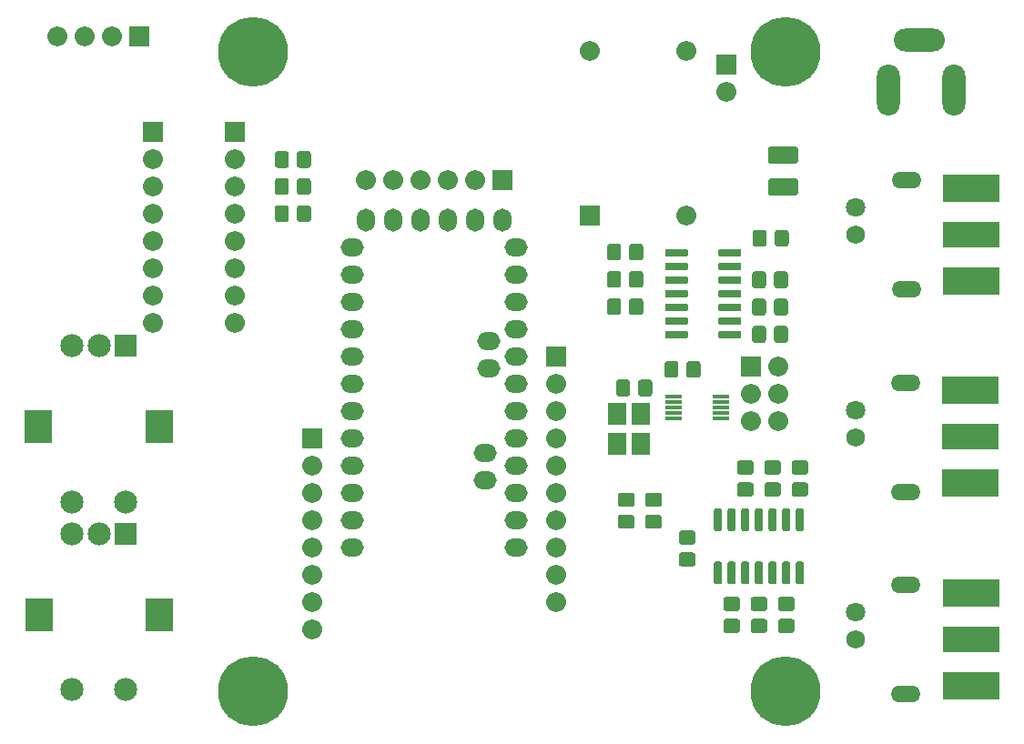
<source format=gbr>
G04 #@! TF.GenerationSoftware,KiCad,Pcbnew,(5.1.5)-3*
G04 #@! TF.CreationDate,2021-07-29T16:56:36-04:00*
G04 #@! TF.ProjectId,VFO-003,56464f2d-3030-4332-9e6b-696361645f70,1*
G04 #@! TF.SameCoordinates,Original*
G04 #@! TF.FileFunction,Soldermask,Top*
G04 #@! TF.FilePolarity,Negative*
%FSLAX46Y46*%
G04 Gerber Fmt 4.6, Leading zero omitted, Abs format (unit mm)*
G04 Created by KiCad (PCBNEW (5.1.5)-3) date 2021-07-29 16:56:36*
%MOMM*%
%LPD*%
G04 APERTURE LIST*
%ADD10R,1.802400X2.102400*%
%ADD11O,1.676400X2.152400*%
%ADD12O,2.152400X1.676400*%
%ADD13C,0.150000*%
%ADD14O,1.852400X1.852400*%
%ADD15R,1.852400X1.852400*%
%ADD16C,1.727200*%
%ADD17C,1.803400*%
%ADD18O,2.752400X1.552400*%
%ADD19C,2.152400*%
%ADD20R,2.652400X3.152400*%
%ADD21R,2.152400X2.152400*%
%ADD22O,4.752400X2.152400*%
%ADD23O,2.152400X4.752400*%
%ADD24R,1.501600X0.401600*%
%ADD25C,6.502400*%
%ADD26R,5.232400X2.565400*%
%ADD27R,5.232400X2.438400*%
G04 APERTURE END LIST*
D10*
X154516000Y-68939000D03*
X154516000Y-66189000D03*
X152316000Y-66189000D03*
X152316000Y-68939000D03*
D11*
X128981200Y-48133000D03*
X131521200Y-48133000D03*
X134061200Y-48133000D03*
X136601200Y-48133000D03*
X139141200Y-48133000D03*
X141681200Y-48133000D03*
D12*
X127711200Y-50673000D03*
X127711200Y-53213000D03*
X127711200Y-55753000D03*
X127711200Y-58293000D03*
X127711200Y-60833000D03*
X127711200Y-63373000D03*
X127711200Y-65913000D03*
X127711200Y-68453000D03*
X127711200Y-70993000D03*
X127711200Y-73533000D03*
X127711200Y-76073000D03*
X127711200Y-78613000D03*
X142951200Y-50673000D03*
X142951200Y-53213000D03*
X142951200Y-55753000D03*
X142951200Y-58293000D03*
X142951200Y-60833000D03*
X142951200Y-63373000D03*
X142951200Y-65913000D03*
X142951200Y-68453000D03*
X142951200Y-70993000D03*
X142951200Y-73533000D03*
X142951200Y-76073000D03*
X142951200Y-78613000D03*
X140411200Y-59436000D03*
X140411200Y-61976000D03*
X140030200Y-69850000D03*
X140030200Y-72390000D03*
D13*
G36*
X155344822Y-62979163D02*
G01*
X155372306Y-62983240D01*
X155399258Y-62989991D01*
X155425419Y-62999352D01*
X155450537Y-63011232D01*
X155474369Y-63025516D01*
X155496686Y-63042068D01*
X155517273Y-63060727D01*
X155535932Y-63081314D01*
X155552484Y-63103631D01*
X155566768Y-63127463D01*
X155578648Y-63152581D01*
X155588009Y-63178742D01*
X155594760Y-63205694D01*
X155598837Y-63233178D01*
X155600200Y-63260930D01*
X155600200Y-64247070D01*
X155598837Y-64274822D01*
X155594760Y-64302306D01*
X155588009Y-64329258D01*
X155578648Y-64355419D01*
X155566768Y-64380537D01*
X155552484Y-64404369D01*
X155535932Y-64426686D01*
X155517273Y-64447273D01*
X155496686Y-64465932D01*
X155474369Y-64482484D01*
X155450537Y-64496768D01*
X155425419Y-64508648D01*
X155399258Y-64518009D01*
X155372306Y-64524760D01*
X155344822Y-64528837D01*
X155317070Y-64530200D01*
X154580930Y-64530200D01*
X154553178Y-64528837D01*
X154525694Y-64524760D01*
X154498742Y-64518009D01*
X154472581Y-64508648D01*
X154447463Y-64496768D01*
X154423631Y-64482484D01*
X154401314Y-64465932D01*
X154380727Y-64447273D01*
X154362068Y-64426686D01*
X154345516Y-64404369D01*
X154331232Y-64380537D01*
X154319352Y-64355419D01*
X154309991Y-64329258D01*
X154303240Y-64302306D01*
X154299163Y-64274822D01*
X154297800Y-64247070D01*
X154297800Y-63260930D01*
X154299163Y-63233178D01*
X154303240Y-63205694D01*
X154309991Y-63178742D01*
X154319352Y-63152581D01*
X154331232Y-63127463D01*
X154345516Y-63103631D01*
X154362068Y-63081314D01*
X154380727Y-63060727D01*
X154401314Y-63042068D01*
X154423631Y-63025516D01*
X154447463Y-63011232D01*
X154472581Y-62999352D01*
X154498742Y-62989991D01*
X154525694Y-62983240D01*
X154553178Y-62979163D01*
X154580930Y-62977800D01*
X155317070Y-62977800D01*
X155344822Y-62979163D01*
G37*
G36*
X153294822Y-62979163D02*
G01*
X153322306Y-62983240D01*
X153349258Y-62989991D01*
X153375419Y-62999352D01*
X153400537Y-63011232D01*
X153424369Y-63025516D01*
X153446686Y-63042068D01*
X153467273Y-63060727D01*
X153485932Y-63081314D01*
X153502484Y-63103631D01*
X153516768Y-63127463D01*
X153528648Y-63152581D01*
X153538009Y-63178742D01*
X153544760Y-63205694D01*
X153548837Y-63233178D01*
X153550200Y-63260930D01*
X153550200Y-64247070D01*
X153548837Y-64274822D01*
X153544760Y-64302306D01*
X153538009Y-64329258D01*
X153528648Y-64355419D01*
X153516768Y-64380537D01*
X153502484Y-64404369D01*
X153485932Y-64426686D01*
X153467273Y-64447273D01*
X153446686Y-64465932D01*
X153424369Y-64482484D01*
X153400537Y-64496768D01*
X153375419Y-64508648D01*
X153349258Y-64518009D01*
X153322306Y-64524760D01*
X153294822Y-64528837D01*
X153267070Y-64530200D01*
X152530930Y-64530200D01*
X152503178Y-64528837D01*
X152475694Y-64524760D01*
X152448742Y-64518009D01*
X152422581Y-64508648D01*
X152397463Y-64496768D01*
X152373631Y-64482484D01*
X152351314Y-64465932D01*
X152330727Y-64447273D01*
X152312068Y-64426686D01*
X152295516Y-64404369D01*
X152281232Y-64380537D01*
X152269352Y-64355419D01*
X152259991Y-64329258D01*
X152253240Y-64302306D01*
X152249163Y-64274822D01*
X152247800Y-64247070D01*
X152247800Y-63260930D01*
X152249163Y-63233178D01*
X152253240Y-63205694D01*
X152259991Y-63178742D01*
X152269352Y-63152581D01*
X152281232Y-63127463D01*
X152295516Y-63103631D01*
X152312068Y-63081314D01*
X152330727Y-63060727D01*
X152351314Y-63042068D01*
X152373631Y-63025516D01*
X152397463Y-63011232D01*
X152422581Y-62999352D01*
X152448742Y-62989991D01*
X152475694Y-62983240D01*
X152503178Y-62979163D01*
X152530930Y-62977800D01*
X153267070Y-62977800D01*
X153294822Y-62979163D01*
G37*
D14*
X128981200Y-44373800D03*
X131521200Y-44373800D03*
X134061200Y-44373800D03*
X136601200Y-44373800D03*
X139141200Y-44373800D03*
D15*
X141681200Y-44373800D03*
D16*
X174500000Y-87200000D03*
D17*
X174500000Y-84660000D03*
D18*
X179180000Y-82120000D03*
X179180000Y-92280000D03*
D16*
X174500000Y-68400000D03*
D17*
X174500000Y-65860000D03*
D18*
X179180000Y-63320000D03*
X179180000Y-73480000D03*
D16*
X174545000Y-49500000D03*
D17*
X174545000Y-46960000D03*
D18*
X179225000Y-44420000D03*
X179225000Y-54580000D03*
D14*
X158789400Y-32420000D03*
X158789400Y-47720000D03*
X149789400Y-32420000D03*
D15*
X149789400Y-47720000D03*
D14*
X100250000Y-31040000D03*
X102790000Y-31040000D03*
X105330000Y-31040000D03*
D15*
X107870000Y-31040000D03*
D19*
X101625400Y-74343600D03*
X106625400Y-74343600D03*
D20*
X98525400Y-67343600D03*
X109725400Y-67343600D03*
D19*
X101625400Y-59843600D03*
X104125400Y-59843600D03*
D21*
X106625400Y-59843600D03*
D14*
X109140000Y-57710000D03*
X109140000Y-55170000D03*
X109140000Y-52630000D03*
X109140000Y-50090000D03*
X109140000Y-47550000D03*
X109140000Y-45010000D03*
X109140000Y-42470000D03*
D15*
X109140000Y-39930000D03*
D14*
X116760000Y-57710000D03*
X116760000Y-55170000D03*
X116760000Y-52630000D03*
X116760000Y-50090000D03*
X116760000Y-47550000D03*
X116760000Y-45010000D03*
X116760000Y-42470000D03*
D15*
X116760000Y-39930000D03*
D22*
X180442000Y-31400000D03*
D23*
X177542000Y-36000000D03*
X183642000Y-36000000D03*
D13*
G36*
X165932822Y-57997163D02*
G01*
X165960306Y-58001240D01*
X165987258Y-58007991D01*
X166013419Y-58017352D01*
X166038537Y-58029232D01*
X166062369Y-58043516D01*
X166084686Y-58060068D01*
X166105273Y-58078727D01*
X166123932Y-58099314D01*
X166140484Y-58121631D01*
X166154768Y-58145463D01*
X166166648Y-58170581D01*
X166176009Y-58196742D01*
X166182760Y-58223694D01*
X166186837Y-58251178D01*
X166188200Y-58278930D01*
X166188200Y-59265070D01*
X166186837Y-59292822D01*
X166182760Y-59320306D01*
X166176009Y-59347258D01*
X166166648Y-59373419D01*
X166154768Y-59398537D01*
X166140484Y-59422369D01*
X166123932Y-59444686D01*
X166105273Y-59465273D01*
X166084686Y-59483932D01*
X166062369Y-59500484D01*
X166038537Y-59514768D01*
X166013419Y-59526648D01*
X165987258Y-59536009D01*
X165960306Y-59542760D01*
X165932822Y-59546837D01*
X165905070Y-59548200D01*
X165168930Y-59548200D01*
X165141178Y-59546837D01*
X165113694Y-59542760D01*
X165086742Y-59536009D01*
X165060581Y-59526648D01*
X165035463Y-59514768D01*
X165011631Y-59500484D01*
X164989314Y-59483932D01*
X164968727Y-59465273D01*
X164950068Y-59444686D01*
X164933516Y-59422369D01*
X164919232Y-59398537D01*
X164907352Y-59373419D01*
X164897991Y-59347258D01*
X164891240Y-59320306D01*
X164887163Y-59292822D01*
X164885800Y-59265070D01*
X164885800Y-58278930D01*
X164887163Y-58251178D01*
X164891240Y-58223694D01*
X164897991Y-58196742D01*
X164907352Y-58170581D01*
X164919232Y-58145463D01*
X164933516Y-58121631D01*
X164950068Y-58099314D01*
X164968727Y-58078727D01*
X164989314Y-58060068D01*
X165011631Y-58043516D01*
X165035463Y-58029232D01*
X165060581Y-58017352D01*
X165086742Y-58007991D01*
X165113694Y-58001240D01*
X165141178Y-57997163D01*
X165168930Y-57995800D01*
X165905070Y-57995800D01*
X165932822Y-57997163D01*
G37*
G36*
X167982822Y-57997163D02*
G01*
X168010306Y-58001240D01*
X168037258Y-58007991D01*
X168063419Y-58017352D01*
X168088537Y-58029232D01*
X168112369Y-58043516D01*
X168134686Y-58060068D01*
X168155273Y-58078727D01*
X168173932Y-58099314D01*
X168190484Y-58121631D01*
X168204768Y-58145463D01*
X168216648Y-58170581D01*
X168226009Y-58196742D01*
X168232760Y-58223694D01*
X168236837Y-58251178D01*
X168238200Y-58278930D01*
X168238200Y-59265070D01*
X168236837Y-59292822D01*
X168232760Y-59320306D01*
X168226009Y-59347258D01*
X168216648Y-59373419D01*
X168204768Y-59398537D01*
X168190484Y-59422369D01*
X168173932Y-59444686D01*
X168155273Y-59465273D01*
X168134686Y-59483932D01*
X168112369Y-59500484D01*
X168088537Y-59514768D01*
X168063419Y-59526648D01*
X168037258Y-59536009D01*
X168010306Y-59542760D01*
X167982822Y-59546837D01*
X167955070Y-59548200D01*
X167218930Y-59548200D01*
X167191178Y-59546837D01*
X167163694Y-59542760D01*
X167136742Y-59536009D01*
X167110581Y-59526648D01*
X167085463Y-59514768D01*
X167061631Y-59500484D01*
X167039314Y-59483932D01*
X167018727Y-59465273D01*
X167000068Y-59444686D01*
X166983516Y-59422369D01*
X166969232Y-59398537D01*
X166957352Y-59373419D01*
X166947991Y-59347258D01*
X166941240Y-59320306D01*
X166937163Y-59292822D01*
X166935800Y-59265070D01*
X166935800Y-58278930D01*
X166937163Y-58251178D01*
X166941240Y-58223694D01*
X166947991Y-58196742D01*
X166957352Y-58170581D01*
X166969232Y-58145463D01*
X166983516Y-58121631D01*
X167000068Y-58099314D01*
X167018727Y-58078727D01*
X167039314Y-58060068D01*
X167061631Y-58043516D01*
X167085463Y-58029232D01*
X167110581Y-58017352D01*
X167136742Y-58007991D01*
X167163694Y-58001240D01*
X167191178Y-57997163D01*
X167218930Y-57995800D01*
X167955070Y-57995800D01*
X167982822Y-57997163D01*
G37*
G36*
X165932822Y-55457163D02*
G01*
X165960306Y-55461240D01*
X165987258Y-55467991D01*
X166013419Y-55477352D01*
X166038537Y-55489232D01*
X166062369Y-55503516D01*
X166084686Y-55520068D01*
X166105273Y-55538727D01*
X166123932Y-55559314D01*
X166140484Y-55581631D01*
X166154768Y-55605463D01*
X166166648Y-55630581D01*
X166176009Y-55656742D01*
X166182760Y-55683694D01*
X166186837Y-55711178D01*
X166188200Y-55738930D01*
X166188200Y-56725070D01*
X166186837Y-56752822D01*
X166182760Y-56780306D01*
X166176009Y-56807258D01*
X166166648Y-56833419D01*
X166154768Y-56858537D01*
X166140484Y-56882369D01*
X166123932Y-56904686D01*
X166105273Y-56925273D01*
X166084686Y-56943932D01*
X166062369Y-56960484D01*
X166038537Y-56974768D01*
X166013419Y-56986648D01*
X165987258Y-56996009D01*
X165960306Y-57002760D01*
X165932822Y-57006837D01*
X165905070Y-57008200D01*
X165168930Y-57008200D01*
X165141178Y-57006837D01*
X165113694Y-57002760D01*
X165086742Y-56996009D01*
X165060581Y-56986648D01*
X165035463Y-56974768D01*
X165011631Y-56960484D01*
X164989314Y-56943932D01*
X164968727Y-56925273D01*
X164950068Y-56904686D01*
X164933516Y-56882369D01*
X164919232Y-56858537D01*
X164907352Y-56833419D01*
X164897991Y-56807258D01*
X164891240Y-56780306D01*
X164887163Y-56752822D01*
X164885800Y-56725070D01*
X164885800Y-55738930D01*
X164887163Y-55711178D01*
X164891240Y-55683694D01*
X164897991Y-55656742D01*
X164907352Y-55630581D01*
X164919232Y-55605463D01*
X164933516Y-55581631D01*
X164950068Y-55559314D01*
X164968727Y-55538727D01*
X164989314Y-55520068D01*
X165011631Y-55503516D01*
X165035463Y-55489232D01*
X165060581Y-55477352D01*
X165086742Y-55467991D01*
X165113694Y-55461240D01*
X165141178Y-55457163D01*
X165168930Y-55455800D01*
X165905070Y-55455800D01*
X165932822Y-55457163D01*
G37*
G36*
X167982822Y-55457163D02*
G01*
X168010306Y-55461240D01*
X168037258Y-55467991D01*
X168063419Y-55477352D01*
X168088537Y-55489232D01*
X168112369Y-55503516D01*
X168134686Y-55520068D01*
X168155273Y-55538727D01*
X168173932Y-55559314D01*
X168190484Y-55581631D01*
X168204768Y-55605463D01*
X168216648Y-55630581D01*
X168226009Y-55656742D01*
X168232760Y-55683694D01*
X168236837Y-55711178D01*
X168238200Y-55738930D01*
X168238200Y-56725070D01*
X168236837Y-56752822D01*
X168232760Y-56780306D01*
X168226009Y-56807258D01*
X168216648Y-56833419D01*
X168204768Y-56858537D01*
X168190484Y-56882369D01*
X168173932Y-56904686D01*
X168155273Y-56925273D01*
X168134686Y-56943932D01*
X168112369Y-56960484D01*
X168088537Y-56974768D01*
X168063419Y-56986648D01*
X168037258Y-56996009D01*
X168010306Y-57002760D01*
X167982822Y-57006837D01*
X167955070Y-57008200D01*
X167218930Y-57008200D01*
X167191178Y-57006837D01*
X167163694Y-57002760D01*
X167136742Y-56996009D01*
X167110581Y-56986648D01*
X167085463Y-56974768D01*
X167061631Y-56960484D01*
X167039314Y-56943932D01*
X167018727Y-56925273D01*
X167000068Y-56904686D01*
X166983516Y-56882369D01*
X166969232Y-56858537D01*
X166957352Y-56833419D01*
X166947991Y-56807258D01*
X166941240Y-56780306D01*
X166937163Y-56752822D01*
X166935800Y-56725070D01*
X166935800Y-55738930D01*
X166937163Y-55711178D01*
X166941240Y-55683694D01*
X166947991Y-55656742D01*
X166957352Y-55630581D01*
X166969232Y-55605463D01*
X166983516Y-55581631D01*
X167000068Y-55559314D01*
X167018727Y-55538727D01*
X167039314Y-55520068D01*
X167061631Y-55503516D01*
X167085463Y-55489232D01*
X167110581Y-55477352D01*
X167136742Y-55467991D01*
X167163694Y-55461240D01*
X167191178Y-55457163D01*
X167218930Y-55455800D01*
X167955070Y-55455800D01*
X167982822Y-55457163D01*
G37*
G36*
X167318822Y-72555163D02*
G01*
X167346306Y-72559240D01*
X167373258Y-72565991D01*
X167399419Y-72575352D01*
X167424537Y-72587232D01*
X167448369Y-72601516D01*
X167470686Y-72618068D01*
X167491273Y-72636727D01*
X167509932Y-72657314D01*
X167526484Y-72679631D01*
X167540768Y-72703463D01*
X167552648Y-72728581D01*
X167562009Y-72754742D01*
X167568760Y-72781694D01*
X167572837Y-72809178D01*
X167574200Y-72836930D01*
X167574200Y-73573070D01*
X167572837Y-73600822D01*
X167568760Y-73628306D01*
X167562009Y-73655258D01*
X167552648Y-73681419D01*
X167540768Y-73706537D01*
X167526484Y-73730369D01*
X167509932Y-73752686D01*
X167491273Y-73773273D01*
X167470686Y-73791932D01*
X167448369Y-73808484D01*
X167424537Y-73822768D01*
X167399419Y-73834648D01*
X167373258Y-73844009D01*
X167346306Y-73850760D01*
X167318822Y-73854837D01*
X167291070Y-73856200D01*
X166304930Y-73856200D01*
X166277178Y-73854837D01*
X166249694Y-73850760D01*
X166222742Y-73844009D01*
X166196581Y-73834648D01*
X166171463Y-73822768D01*
X166147631Y-73808484D01*
X166125314Y-73791932D01*
X166104727Y-73773273D01*
X166086068Y-73752686D01*
X166069516Y-73730369D01*
X166055232Y-73706537D01*
X166043352Y-73681419D01*
X166033991Y-73655258D01*
X166027240Y-73628306D01*
X166023163Y-73600822D01*
X166021800Y-73573070D01*
X166021800Y-72836930D01*
X166023163Y-72809178D01*
X166027240Y-72781694D01*
X166033991Y-72754742D01*
X166043352Y-72728581D01*
X166055232Y-72703463D01*
X166069516Y-72679631D01*
X166086068Y-72657314D01*
X166104727Y-72636727D01*
X166125314Y-72618068D01*
X166147631Y-72601516D01*
X166171463Y-72587232D01*
X166196581Y-72575352D01*
X166222742Y-72565991D01*
X166249694Y-72559240D01*
X166277178Y-72555163D01*
X166304930Y-72553800D01*
X167291070Y-72553800D01*
X167318822Y-72555163D01*
G37*
G36*
X167318822Y-70505163D02*
G01*
X167346306Y-70509240D01*
X167373258Y-70515991D01*
X167399419Y-70525352D01*
X167424537Y-70537232D01*
X167448369Y-70551516D01*
X167470686Y-70568068D01*
X167491273Y-70586727D01*
X167509932Y-70607314D01*
X167526484Y-70629631D01*
X167540768Y-70653463D01*
X167552648Y-70678581D01*
X167562009Y-70704742D01*
X167568760Y-70731694D01*
X167572837Y-70759178D01*
X167574200Y-70786930D01*
X167574200Y-71523070D01*
X167572837Y-71550822D01*
X167568760Y-71578306D01*
X167562009Y-71605258D01*
X167552648Y-71631419D01*
X167540768Y-71656537D01*
X167526484Y-71680369D01*
X167509932Y-71702686D01*
X167491273Y-71723273D01*
X167470686Y-71741932D01*
X167448369Y-71758484D01*
X167424537Y-71772768D01*
X167399419Y-71784648D01*
X167373258Y-71794009D01*
X167346306Y-71800760D01*
X167318822Y-71804837D01*
X167291070Y-71806200D01*
X166304930Y-71806200D01*
X166277178Y-71804837D01*
X166249694Y-71800760D01*
X166222742Y-71794009D01*
X166196581Y-71784648D01*
X166171463Y-71772768D01*
X166147631Y-71758484D01*
X166125314Y-71741932D01*
X166104727Y-71723273D01*
X166086068Y-71702686D01*
X166069516Y-71680369D01*
X166055232Y-71656537D01*
X166043352Y-71631419D01*
X166033991Y-71605258D01*
X166027240Y-71578306D01*
X166023163Y-71550822D01*
X166021800Y-71523070D01*
X166021800Y-70786930D01*
X166023163Y-70759178D01*
X166027240Y-70731694D01*
X166033991Y-70704742D01*
X166043352Y-70678581D01*
X166055232Y-70653463D01*
X166069516Y-70629631D01*
X166086068Y-70607314D01*
X166104727Y-70586727D01*
X166125314Y-70568068D01*
X166147631Y-70551516D01*
X166171463Y-70537232D01*
X166196581Y-70525352D01*
X166222742Y-70515991D01*
X166249694Y-70509240D01*
X166277178Y-70505163D01*
X166304930Y-70503800D01*
X167291070Y-70503800D01*
X167318822Y-70505163D01*
G37*
G36*
X164778822Y-72555163D02*
G01*
X164806306Y-72559240D01*
X164833258Y-72565991D01*
X164859419Y-72575352D01*
X164884537Y-72587232D01*
X164908369Y-72601516D01*
X164930686Y-72618068D01*
X164951273Y-72636727D01*
X164969932Y-72657314D01*
X164986484Y-72679631D01*
X165000768Y-72703463D01*
X165012648Y-72728581D01*
X165022009Y-72754742D01*
X165028760Y-72781694D01*
X165032837Y-72809178D01*
X165034200Y-72836930D01*
X165034200Y-73573070D01*
X165032837Y-73600822D01*
X165028760Y-73628306D01*
X165022009Y-73655258D01*
X165012648Y-73681419D01*
X165000768Y-73706537D01*
X164986484Y-73730369D01*
X164969932Y-73752686D01*
X164951273Y-73773273D01*
X164930686Y-73791932D01*
X164908369Y-73808484D01*
X164884537Y-73822768D01*
X164859419Y-73834648D01*
X164833258Y-73844009D01*
X164806306Y-73850760D01*
X164778822Y-73854837D01*
X164751070Y-73856200D01*
X163764930Y-73856200D01*
X163737178Y-73854837D01*
X163709694Y-73850760D01*
X163682742Y-73844009D01*
X163656581Y-73834648D01*
X163631463Y-73822768D01*
X163607631Y-73808484D01*
X163585314Y-73791932D01*
X163564727Y-73773273D01*
X163546068Y-73752686D01*
X163529516Y-73730369D01*
X163515232Y-73706537D01*
X163503352Y-73681419D01*
X163493991Y-73655258D01*
X163487240Y-73628306D01*
X163483163Y-73600822D01*
X163481800Y-73573070D01*
X163481800Y-72836930D01*
X163483163Y-72809178D01*
X163487240Y-72781694D01*
X163493991Y-72754742D01*
X163503352Y-72728581D01*
X163515232Y-72703463D01*
X163529516Y-72679631D01*
X163546068Y-72657314D01*
X163564727Y-72636727D01*
X163585314Y-72618068D01*
X163607631Y-72601516D01*
X163631463Y-72587232D01*
X163656581Y-72575352D01*
X163682742Y-72565991D01*
X163709694Y-72559240D01*
X163737178Y-72555163D01*
X163764930Y-72553800D01*
X164751070Y-72553800D01*
X164778822Y-72555163D01*
G37*
G36*
X164778822Y-70505163D02*
G01*
X164806306Y-70509240D01*
X164833258Y-70515991D01*
X164859419Y-70525352D01*
X164884537Y-70537232D01*
X164908369Y-70551516D01*
X164930686Y-70568068D01*
X164951273Y-70586727D01*
X164969932Y-70607314D01*
X164986484Y-70629631D01*
X165000768Y-70653463D01*
X165012648Y-70678581D01*
X165022009Y-70704742D01*
X165028760Y-70731694D01*
X165032837Y-70759178D01*
X165034200Y-70786930D01*
X165034200Y-71523070D01*
X165032837Y-71550822D01*
X165028760Y-71578306D01*
X165022009Y-71605258D01*
X165012648Y-71631419D01*
X165000768Y-71656537D01*
X164986484Y-71680369D01*
X164969932Y-71702686D01*
X164951273Y-71723273D01*
X164930686Y-71741932D01*
X164908369Y-71758484D01*
X164884537Y-71772768D01*
X164859419Y-71784648D01*
X164833258Y-71794009D01*
X164806306Y-71800760D01*
X164778822Y-71804837D01*
X164751070Y-71806200D01*
X163764930Y-71806200D01*
X163737178Y-71804837D01*
X163709694Y-71800760D01*
X163682742Y-71794009D01*
X163656581Y-71784648D01*
X163631463Y-71772768D01*
X163607631Y-71758484D01*
X163585314Y-71741932D01*
X163564727Y-71723273D01*
X163546068Y-71702686D01*
X163529516Y-71680369D01*
X163515232Y-71656537D01*
X163503352Y-71631419D01*
X163493991Y-71605258D01*
X163487240Y-71578306D01*
X163483163Y-71550822D01*
X163481800Y-71523070D01*
X163481800Y-70786930D01*
X163483163Y-70759178D01*
X163487240Y-70731694D01*
X163493991Y-70704742D01*
X163503352Y-70678581D01*
X163515232Y-70653463D01*
X163529516Y-70629631D01*
X163546068Y-70607314D01*
X163564727Y-70586727D01*
X163585314Y-70568068D01*
X163607631Y-70551516D01*
X163631463Y-70537232D01*
X163656581Y-70525352D01*
X163682742Y-70515991D01*
X163709694Y-70509240D01*
X163737178Y-70505163D01*
X163764930Y-70503800D01*
X164751070Y-70503800D01*
X164778822Y-70505163D01*
G37*
G36*
X169858822Y-72555163D02*
G01*
X169886306Y-72559240D01*
X169913258Y-72565991D01*
X169939419Y-72575352D01*
X169964537Y-72587232D01*
X169988369Y-72601516D01*
X170010686Y-72618068D01*
X170031273Y-72636727D01*
X170049932Y-72657314D01*
X170066484Y-72679631D01*
X170080768Y-72703463D01*
X170092648Y-72728581D01*
X170102009Y-72754742D01*
X170108760Y-72781694D01*
X170112837Y-72809178D01*
X170114200Y-72836930D01*
X170114200Y-73573070D01*
X170112837Y-73600822D01*
X170108760Y-73628306D01*
X170102009Y-73655258D01*
X170092648Y-73681419D01*
X170080768Y-73706537D01*
X170066484Y-73730369D01*
X170049932Y-73752686D01*
X170031273Y-73773273D01*
X170010686Y-73791932D01*
X169988369Y-73808484D01*
X169964537Y-73822768D01*
X169939419Y-73834648D01*
X169913258Y-73844009D01*
X169886306Y-73850760D01*
X169858822Y-73854837D01*
X169831070Y-73856200D01*
X168844930Y-73856200D01*
X168817178Y-73854837D01*
X168789694Y-73850760D01*
X168762742Y-73844009D01*
X168736581Y-73834648D01*
X168711463Y-73822768D01*
X168687631Y-73808484D01*
X168665314Y-73791932D01*
X168644727Y-73773273D01*
X168626068Y-73752686D01*
X168609516Y-73730369D01*
X168595232Y-73706537D01*
X168583352Y-73681419D01*
X168573991Y-73655258D01*
X168567240Y-73628306D01*
X168563163Y-73600822D01*
X168561800Y-73573070D01*
X168561800Y-72836930D01*
X168563163Y-72809178D01*
X168567240Y-72781694D01*
X168573991Y-72754742D01*
X168583352Y-72728581D01*
X168595232Y-72703463D01*
X168609516Y-72679631D01*
X168626068Y-72657314D01*
X168644727Y-72636727D01*
X168665314Y-72618068D01*
X168687631Y-72601516D01*
X168711463Y-72587232D01*
X168736581Y-72575352D01*
X168762742Y-72565991D01*
X168789694Y-72559240D01*
X168817178Y-72555163D01*
X168844930Y-72553800D01*
X169831070Y-72553800D01*
X169858822Y-72555163D01*
G37*
G36*
X169858822Y-70505163D02*
G01*
X169886306Y-70509240D01*
X169913258Y-70515991D01*
X169939419Y-70525352D01*
X169964537Y-70537232D01*
X169988369Y-70551516D01*
X170010686Y-70568068D01*
X170031273Y-70586727D01*
X170049932Y-70607314D01*
X170066484Y-70629631D01*
X170080768Y-70653463D01*
X170092648Y-70678581D01*
X170102009Y-70704742D01*
X170108760Y-70731694D01*
X170112837Y-70759178D01*
X170114200Y-70786930D01*
X170114200Y-71523070D01*
X170112837Y-71550822D01*
X170108760Y-71578306D01*
X170102009Y-71605258D01*
X170092648Y-71631419D01*
X170080768Y-71656537D01*
X170066484Y-71680369D01*
X170049932Y-71702686D01*
X170031273Y-71723273D01*
X170010686Y-71741932D01*
X169988369Y-71758484D01*
X169964537Y-71772768D01*
X169939419Y-71784648D01*
X169913258Y-71794009D01*
X169886306Y-71800760D01*
X169858822Y-71804837D01*
X169831070Y-71806200D01*
X168844930Y-71806200D01*
X168817178Y-71804837D01*
X168789694Y-71800760D01*
X168762742Y-71794009D01*
X168736581Y-71784648D01*
X168711463Y-71772768D01*
X168687631Y-71758484D01*
X168665314Y-71741932D01*
X168644727Y-71723273D01*
X168626068Y-71702686D01*
X168609516Y-71680369D01*
X168595232Y-71656537D01*
X168583352Y-71631419D01*
X168573991Y-71605258D01*
X168567240Y-71578306D01*
X168563163Y-71550822D01*
X168561800Y-71523070D01*
X168561800Y-70786930D01*
X168563163Y-70759178D01*
X168567240Y-70731694D01*
X168573991Y-70704742D01*
X168583352Y-70678581D01*
X168595232Y-70653463D01*
X168609516Y-70629631D01*
X168626068Y-70607314D01*
X168644727Y-70586727D01*
X168665314Y-70568068D01*
X168687631Y-70551516D01*
X168711463Y-70537232D01*
X168736581Y-70525352D01*
X168762742Y-70515991D01*
X168789694Y-70509240D01*
X168817178Y-70505163D01*
X168844930Y-70503800D01*
X169831070Y-70503800D01*
X169858822Y-70505163D01*
G37*
G36*
X163508822Y-83205163D02*
G01*
X163536306Y-83209240D01*
X163563258Y-83215991D01*
X163589419Y-83225352D01*
X163614537Y-83237232D01*
X163638369Y-83251516D01*
X163660686Y-83268068D01*
X163681273Y-83286727D01*
X163699932Y-83307314D01*
X163716484Y-83329631D01*
X163730768Y-83353463D01*
X163742648Y-83378581D01*
X163752009Y-83404742D01*
X163758760Y-83431694D01*
X163762837Y-83459178D01*
X163764200Y-83486930D01*
X163764200Y-84223070D01*
X163762837Y-84250822D01*
X163758760Y-84278306D01*
X163752009Y-84305258D01*
X163742648Y-84331419D01*
X163730768Y-84356537D01*
X163716484Y-84380369D01*
X163699932Y-84402686D01*
X163681273Y-84423273D01*
X163660686Y-84441932D01*
X163638369Y-84458484D01*
X163614537Y-84472768D01*
X163589419Y-84484648D01*
X163563258Y-84494009D01*
X163536306Y-84500760D01*
X163508822Y-84504837D01*
X163481070Y-84506200D01*
X162494930Y-84506200D01*
X162467178Y-84504837D01*
X162439694Y-84500760D01*
X162412742Y-84494009D01*
X162386581Y-84484648D01*
X162361463Y-84472768D01*
X162337631Y-84458484D01*
X162315314Y-84441932D01*
X162294727Y-84423273D01*
X162276068Y-84402686D01*
X162259516Y-84380369D01*
X162245232Y-84356537D01*
X162233352Y-84331419D01*
X162223991Y-84305258D01*
X162217240Y-84278306D01*
X162213163Y-84250822D01*
X162211800Y-84223070D01*
X162211800Y-83486930D01*
X162213163Y-83459178D01*
X162217240Y-83431694D01*
X162223991Y-83404742D01*
X162233352Y-83378581D01*
X162245232Y-83353463D01*
X162259516Y-83329631D01*
X162276068Y-83307314D01*
X162294727Y-83286727D01*
X162315314Y-83268068D01*
X162337631Y-83251516D01*
X162361463Y-83237232D01*
X162386581Y-83225352D01*
X162412742Y-83215991D01*
X162439694Y-83209240D01*
X162467178Y-83205163D01*
X162494930Y-83203800D01*
X163481070Y-83203800D01*
X163508822Y-83205163D01*
G37*
G36*
X163508822Y-85255163D02*
G01*
X163536306Y-85259240D01*
X163563258Y-85265991D01*
X163589419Y-85275352D01*
X163614537Y-85287232D01*
X163638369Y-85301516D01*
X163660686Y-85318068D01*
X163681273Y-85336727D01*
X163699932Y-85357314D01*
X163716484Y-85379631D01*
X163730768Y-85403463D01*
X163742648Y-85428581D01*
X163752009Y-85454742D01*
X163758760Y-85481694D01*
X163762837Y-85509178D01*
X163764200Y-85536930D01*
X163764200Y-86273070D01*
X163762837Y-86300822D01*
X163758760Y-86328306D01*
X163752009Y-86355258D01*
X163742648Y-86381419D01*
X163730768Y-86406537D01*
X163716484Y-86430369D01*
X163699932Y-86452686D01*
X163681273Y-86473273D01*
X163660686Y-86491932D01*
X163638369Y-86508484D01*
X163614537Y-86522768D01*
X163589419Y-86534648D01*
X163563258Y-86544009D01*
X163536306Y-86550760D01*
X163508822Y-86554837D01*
X163481070Y-86556200D01*
X162494930Y-86556200D01*
X162467178Y-86554837D01*
X162439694Y-86550760D01*
X162412742Y-86544009D01*
X162386581Y-86534648D01*
X162361463Y-86522768D01*
X162337631Y-86508484D01*
X162315314Y-86491932D01*
X162294727Y-86473273D01*
X162276068Y-86452686D01*
X162259516Y-86430369D01*
X162245232Y-86406537D01*
X162233352Y-86381419D01*
X162223991Y-86355258D01*
X162217240Y-86328306D01*
X162213163Y-86300822D01*
X162211800Y-86273070D01*
X162211800Y-85536930D01*
X162213163Y-85509178D01*
X162217240Y-85481694D01*
X162223991Y-85454742D01*
X162233352Y-85428581D01*
X162245232Y-85403463D01*
X162259516Y-85379631D01*
X162276068Y-85357314D01*
X162294727Y-85336727D01*
X162315314Y-85318068D01*
X162337631Y-85301516D01*
X162361463Y-85287232D01*
X162386581Y-85275352D01*
X162412742Y-85265991D01*
X162439694Y-85259240D01*
X162467178Y-85255163D01*
X162494930Y-85253800D01*
X163481070Y-85253800D01*
X163508822Y-85255163D01*
G37*
G36*
X153682822Y-73509163D02*
G01*
X153710306Y-73513240D01*
X153737258Y-73519991D01*
X153763419Y-73529352D01*
X153788537Y-73541232D01*
X153812369Y-73555516D01*
X153834686Y-73572068D01*
X153855273Y-73590727D01*
X153873932Y-73611314D01*
X153890484Y-73633631D01*
X153904768Y-73657463D01*
X153916648Y-73682581D01*
X153926009Y-73708742D01*
X153932760Y-73735694D01*
X153936837Y-73763178D01*
X153938200Y-73790930D01*
X153938200Y-74527070D01*
X153936837Y-74554822D01*
X153932760Y-74582306D01*
X153926009Y-74609258D01*
X153916648Y-74635419D01*
X153904768Y-74660537D01*
X153890484Y-74684369D01*
X153873932Y-74706686D01*
X153855273Y-74727273D01*
X153834686Y-74745932D01*
X153812369Y-74762484D01*
X153788537Y-74776768D01*
X153763419Y-74788648D01*
X153737258Y-74798009D01*
X153710306Y-74804760D01*
X153682822Y-74808837D01*
X153655070Y-74810200D01*
X152668930Y-74810200D01*
X152641178Y-74808837D01*
X152613694Y-74804760D01*
X152586742Y-74798009D01*
X152560581Y-74788648D01*
X152535463Y-74776768D01*
X152511631Y-74762484D01*
X152489314Y-74745932D01*
X152468727Y-74727273D01*
X152450068Y-74706686D01*
X152433516Y-74684369D01*
X152419232Y-74660537D01*
X152407352Y-74635419D01*
X152397991Y-74609258D01*
X152391240Y-74582306D01*
X152387163Y-74554822D01*
X152385800Y-74527070D01*
X152385800Y-73790930D01*
X152387163Y-73763178D01*
X152391240Y-73735694D01*
X152397991Y-73708742D01*
X152407352Y-73682581D01*
X152419232Y-73657463D01*
X152433516Y-73633631D01*
X152450068Y-73611314D01*
X152468727Y-73590727D01*
X152489314Y-73572068D01*
X152511631Y-73555516D01*
X152535463Y-73541232D01*
X152560581Y-73529352D01*
X152586742Y-73519991D01*
X152613694Y-73513240D01*
X152641178Y-73509163D01*
X152668930Y-73507800D01*
X153655070Y-73507800D01*
X153682822Y-73509163D01*
G37*
G36*
X153682822Y-75559163D02*
G01*
X153710306Y-75563240D01*
X153737258Y-75569991D01*
X153763419Y-75579352D01*
X153788537Y-75591232D01*
X153812369Y-75605516D01*
X153834686Y-75622068D01*
X153855273Y-75640727D01*
X153873932Y-75661314D01*
X153890484Y-75683631D01*
X153904768Y-75707463D01*
X153916648Y-75732581D01*
X153926009Y-75758742D01*
X153932760Y-75785694D01*
X153936837Y-75813178D01*
X153938200Y-75840930D01*
X153938200Y-76577070D01*
X153936837Y-76604822D01*
X153932760Y-76632306D01*
X153926009Y-76659258D01*
X153916648Y-76685419D01*
X153904768Y-76710537D01*
X153890484Y-76734369D01*
X153873932Y-76756686D01*
X153855273Y-76777273D01*
X153834686Y-76795932D01*
X153812369Y-76812484D01*
X153788537Y-76826768D01*
X153763419Y-76838648D01*
X153737258Y-76848009D01*
X153710306Y-76854760D01*
X153682822Y-76858837D01*
X153655070Y-76860200D01*
X152668930Y-76860200D01*
X152641178Y-76858837D01*
X152613694Y-76854760D01*
X152586742Y-76848009D01*
X152560581Y-76838648D01*
X152535463Y-76826768D01*
X152511631Y-76812484D01*
X152489314Y-76795932D01*
X152468727Y-76777273D01*
X152450068Y-76756686D01*
X152433516Y-76734369D01*
X152419232Y-76710537D01*
X152407352Y-76685419D01*
X152397991Y-76659258D01*
X152391240Y-76632306D01*
X152387163Y-76604822D01*
X152385800Y-76577070D01*
X152385800Y-75840930D01*
X152387163Y-75813178D01*
X152391240Y-75785694D01*
X152397991Y-75758742D01*
X152407352Y-75732581D01*
X152419232Y-75707463D01*
X152433516Y-75683631D01*
X152450068Y-75661314D01*
X152468727Y-75640727D01*
X152489314Y-75622068D01*
X152511631Y-75605516D01*
X152535463Y-75591232D01*
X152560581Y-75579352D01*
X152586742Y-75569991D01*
X152613694Y-75563240D01*
X152641178Y-75559163D01*
X152668930Y-75557800D01*
X153655070Y-75557800D01*
X153682822Y-75559163D01*
G37*
G36*
X156222822Y-73509163D02*
G01*
X156250306Y-73513240D01*
X156277258Y-73519991D01*
X156303419Y-73529352D01*
X156328537Y-73541232D01*
X156352369Y-73555516D01*
X156374686Y-73572068D01*
X156395273Y-73590727D01*
X156413932Y-73611314D01*
X156430484Y-73633631D01*
X156444768Y-73657463D01*
X156456648Y-73682581D01*
X156466009Y-73708742D01*
X156472760Y-73735694D01*
X156476837Y-73763178D01*
X156478200Y-73790930D01*
X156478200Y-74527070D01*
X156476837Y-74554822D01*
X156472760Y-74582306D01*
X156466009Y-74609258D01*
X156456648Y-74635419D01*
X156444768Y-74660537D01*
X156430484Y-74684369D01*
X156413932Y-74706686D01*
X156395273Y-74727273D01*
X156374686Y-74745932D01*
X156352369Y-74762484D01*
X156328537Y-74776768D01*
X156303419Y-74788648D01*
X156277258Y-74798009D01*
X156250306Y-74804760D01*
X156222822Y-74808837D01*
X156195070Y-74810200D01*
X155208930Y-74810200D01*
X155181178Y-74808837D01*
X155153694Y-74804760D01*
X155126742Y-74798009D01*
X155100581Y-74788648D01*
X155075463Y-74776768D01*
X155051631Y-74762484D01*
X155029314Y-74745932D01*
X155008727Y-74727273D01*
X154990068Y-74706686D01*
X154973516Y-74684369D01*
X154959232Y-74660537D01*
X154947352Y-74635419D01*
X154937991Y-74609258D01*
X154931240Y-74582306D01*
X154927163Y-74554822D01*
X154925800Y-74527070D01*
X154925800Y-73790930D01*
X154927163Y-73763178D01*
X154931240Y-73735694D01*
X154937991Y-73708742D01*
X154947352Y-73682581D01*
X154959232Y-73657463D01*
X154973516Y-73633631D01*
X154990068Y-73611314D01*
X155008727Y-73590727D01*
X155029314Y-73572068D01*
X155051631Y-73555516D01*
X155075463Y-73541232D01*
X155100581Y-73529352D01*
X155126742Y-73519991D01*
X155153694Y-73513240D01*
X155181178Y-73509163D01*
X155208930Y-73507800D01*
X156195070Y-73507800D01*
X156222822Y-73509163D01*
G37*
G36*
X156222822Y-75559163D02*
G01*
X156250306Y-75563240D01*
X156277258Y-75569991D01*
X156303419Y-75579352D01*
X156328537Y-75591232D01*
X156352369Y-75605516D01*
X156374686Y-75622068D01*
X156395273Y-75640727D01*
X156413932Y-75661314D01*
X156430484Y-75683631D01*
X156444768Y-75707463D01*
X156456648Y-75732581D01*
X156466009Y-75758742D01*
X156472760Y-75785694D01*
X156476837Y-75813178D01*
X156478200Y-75840930D01*
X156478200Y-76577070D01*
X156476837Y-76604822D01*
X156472760Y-76632306D01*
X156466009Y-76659258D01*
X156456648Y-76685419D01*
X156444768Y-76710537D01*
X156430484Y-76734369D01*
X156413932Y-76756686D01*
X156395273Y-76777273D01*
X156374686Y-76795932D01*
X156352369Y-76812484D01*
X156328537Y-76826768D01*
X156303419Y-76838648D01*
X156277258Y-76848009D01*
X156250306Y-76854760D01*
X156222822Y-76858837D01*
X156195070Y-76860200D01*
X155208930Y-76860200D01*
X155181178Y-76858837D01*
X155153694Y-76854760D01*
X155126742Y-76848009D01*
X155100581Y-76838648D01*
X155075463Y-76826768D01*
X155051631Y-76812484D01*
X155029314Y-76795932D01*
X155008727Y-76777273D01*
X154990068Y-76756686D01*
X154973516Y-76734369D01*
X154959232Y-76710537D01*
X154947352Y-76685419D01*
X154937991Y-76659258D01*
X154931240Y-76632306D01*
X154927163Y-76604822D01*
X154925800Y-76577070D01*
X154925800Y-75840930D01*
X154927163Y-75813178D01*
X154931240Y-75785694D01*
X154937991Y-75758742D01*
X154947352Y-75732581D01*
X154959232Y-75707463D01*
X154973516Y-75683631D01*
X154990068Y-75661314D01*
X155008727Y-75640727D01*
X155029314Y-75622068D01*
X155051631Y-75605516D01*
X155075463Y-75591232D01*
X155100581Y-75579352D01*
X155126742Y-75569991D01*
X155153694Y-75563240D01*
X155181178Y-75559163D01*
X155208930Y-75557800D01*
X156195070Y-75557800D01*
X156222822Y-75559163D01*
G37*
G36*
X165932822Y-52917163D02*
G01*
X165960306Y-52921240D01*
X165987258Y-52927991D01*
X166013419Y-52937352D01*
X166038537Y-52949232D01*
X166062369Y-52963516D01*
X166084686Y-52980068D01*
X166105273Y-52998727D01*
X166123932Y-53019314D01*
X166140484Y-53041631D01*
X166154768Y-53065463D01*
X166166648Y-53090581D01*
X166176009Y-53116742D01*
X166182760Y-53143694D01*
X166186837Y-53171178D01*
X166188200Y-53198930D01*
X166188200Y-54185070D01*
X166186837Y-54212822D01*
X166182760Y-54240306D01*
X166176009Y-54267258D01*
X166166648Y-54293419D01*
X166154768Y-54318537D01*
X166140484Y-54342369D01*
X166123932Y-54364686D01*
X166105273Y-54385273D01*
X166084686Y-54403932D01*
X166062369Y-54420484D01*
X166038537Y-54434768D01*
X166013419Y-54446648D01*
X165987258Y-54456009D01*
X165960306Y-54462760D01*
X165932822Y-54466837D01*
X165905070Y-54468200D01*
X165168930Y-54468200D01*
X165141178Y-54466837D01*
X165113694Y-54462760D01*
X165086742Y-54456009D01*
X165060581Y-54446648D01*
X165035463Y-54434768D01*
X165011631Y-54420484D01*
X164989314Y-54403932D01*
X164968727Y-54385273D01*
X164950068Y-54364686D01*
X164933516Y-54342369D01*
X164919232Y-54318537D01*
X164907352Y-54293419D01*
X164897991Y-54267258D01*
X164891240Y-54240306D01*
X164887163Y-54212822D01*
X164885800Y-54185070D01*
X164885800Y-53198930D01*
X164887163Y-53171178D01*
X164891240Y-53143694D01*
X164897991Y-53116742D01*
X164907352Y-53090581D01*
X164919232Y-53065463D01*
X164933516Y-53041631D01*
X164950068Y-53019314D01*
X164968727Y-52998727D01*
X164989314Y-52980068D01*
X165011631Y-52963516D01*
X165035463Y-52949232D01*
X165060581Y-52937352D01*
X165086742Y-52927991D01*
X165113694Y-52921240D01*
X165141178Y-52917163D01*
X165168930Y-52915800D01*
X165905070Y-52915800D01*
X165932822Y-52917163D01*
G37*
G36*
X167982822Y-52917163D02*
G01*
X168010306Y-52921240D01*
X168037258Y-52927991D01*
X168063419Y-52937352D01*
X168088537Y-52949232D01*
X168112369Y-52963516D01*
X168134686Y-52980068D01*
X168155273Y-52998727D01*
X168173932Y-53019314D01*
X168190484Y-53041631D01*
X168204768Y-53065463D01*
X168216648Y-53090581D01*
X168226009Y-53116742D01*
X168232760Y-53143694D01*
X168236837Y-53171178D01*
X168238200Y-53198930D01*
X168238200Y-54185070D01*
X168236837Y-54212822D01*
X168232760Y-54240306D01*
X168226009Y-54267258D01*
X168216648Y-54293419D01*
X168204768Y-54318537D01*
X168190484Y-54342369D01*
X168173932Y-54364686D01*
X168155273Y-54385273D01*
X168134686Y-54403932D01*
X168112369Y-54420484D01*
X168088537Y-54434768D01*
X168063419Y-54446648D01*
X168037258Y-54456009D01*
X168010306Y-54462760D01*
X167982822Y-54466837D01*
X167955070Y-54468200D01*
X167218930Y-54468200D01*
X167191178Y-54466837D01*
X167163694Y-54462760D01*
X167136742Y-54456009D01*
X167110581Y-54446648D01*
X167085463Y-54434768D01*
X167061631Y-54420484D01*
X167039314Y-54403932D01*
X167018727Y-54385273D01*
X167000068Y-54364686D01*
X166983516Y-54342369D01*
X166969232Y-54318537D01*
X166957352Y-54293419D01*
X166947991Y-54267258D01*
X166941240Y-54240306D01*
X166937163Y-54212822D01*
X166935800Y-54185070D01*
X166935800Y-53198930D01*
X166937163Y-53171178D01*
X166941240Y-53143694D01*
X166947991Y-53116742D01*
X166957352Y-53090581D01*
X166969232Y-53065463D01*
X166983516Y-53041631D01*
X167000068Y-53019314D01*
X167018727Y-52998727D01*
X167039314Y-52980068D01*
X167061631Y-52963516D01*
X167085463Y-52949232D01*
X167110581Y-52937352D01*
X167136742Y-52927991D01*
X167163694Y-52921240D01*
X167191178Y-52917163D01*
X167218930Y-52915800D01*
X167955070Y-52915800D01*
X167982822Y-52917163D01*
G37*
G36*
X166048822Y-83205163D02*
G01*
X166076306Y-83209240D01*
X166103258Y-83215991D01*
X166129419Y-83225352D01*
X166154537Y-83237232D01*
X166178369Y-83251516D01*
X166200686Y-83268068D01*
X166221273Y-83286727D01*
X166239932Y-83307314D01*
X166256484Y-83329631D01*
X166270768Y-83353463D01*
X166282648Y-83378581D01*
X166292009Y-83404742D01*
X166298760Y-83431694D01*
X166302837Y-83459178D01*
X166304200Y-83486930D01*
X166304200Y-84223070D01*
X166302837Y-84250822D01*
X166298760Y-84278306D01*
X166292009Y-84305258D01*
X166282648Y-84331419D01*
X166270768Y-84356537D01*
X166256484Y-84380369D01*
X166239932Y-84402686D01*
X166221273Y-84423273D01*
X166200686Y-84441932D01*
X166178369Y-84458484D01*
X166154537Y-84472768D01*
X166129419Y-84484648D01*
X166103258Y-84494009D01*
X166076306Y-84500760D01*
X166048822Y-84504837D01*
X166021070Y-84506200D01*
X165034930Y-84506200D01*
X165007178Y-84504837D01*
X164979694Y-84500760D01*
X164952742Y-84494009D01*
X164926581Y-84484648D01*
X164901463Y-84472768D01*
X164877631Y-84458484D01*
X164855314Y-84441932D01*
X164834727Y-84423273D01*
X164816068Y-84402686D01*
X164799516Y-84380369D01*
X164785232Y-84356537D01*
X164773352Y-84331419D01*
X164763991Y-84305258D01*
X164757240Y-84278306D01*
X164753163Y-84250822D01*
X164751800Y-84223070D01*
X164751800Y-83486930D01*
X164753163Y-83459178D01*
X164757240Y-83431694D01*
X164763991Y-83404742D01*
X164773352Y-83378581D01*
X164785232Y-83353463D01*
X164799516Y-83329631D01*
X164816068Y-83307314D01*
X164834727Y-83286727D01*
X164855314Y-83268068D01*
X164877631Y-83251516D01*
X164901463Y-83237232D01*
X164926581Y-83225352D01*
X164952742Y-83215991D01*
X164979694Y-83209240D01*
X165007178Y-83205163D01*
X165034930Y-83203800D01*
X166021070Y-83203800D01*
X166048822Y-83205163D01*
G37*
G36*
X166048822Y-85255163D02*
G01*
X166076306Y-85259240D01*
X166103258Y-85265991D01*
X166129419Y-85275352D01*
X166154537Y-85287232D01*
X166178369Y-85301516D01*
X166200686Y-85318068D01*
X166221273Y-85336727D01*
X166239932Y-85357314D01*
X166256484Y-85379631D01*
X166270768Y-85403463D01*
X166282648Y-85428581D01*
X166292009Y-85454742D01*
X166298760Y-85481694D01*
X166302837Y-85509178D01*
X166304200Y-85536930D01*
X166304200Y-86273070D01*
X166302837Y-86300822D01*
X166298760Y-86328306D01*
X166292009Y-86355258D01*
X166282648Y-86381419D01*
X166270768Y-86406537D01*
X166256484Y-86430369D01*
X166239932Y-86452686D01*
X166221273Y-86473273D01*
X166200686Y-86491932D01*
X166178369Y-86508484D01*
X166154537Y-86522768D01*
X166129419Y-86534648D01*
X166103258Y-86544009D01*
X166076306Y-86550760D01*
X166048822Y-86554837D01*
X166021070Y-86556200D01*
X165034930Y-86556200D01*
X165007178Y-86554837D01*
X164979694Y-86550760D01*
X164952742Y-86544009D01*
X164926581Y-86534648D01*
X164901463Y-86522768D01*
X164877631Y-86508484D01*
X164855314Y-86491932D01*
X164834727Y-86473273D01*
X164816068Y-86452686D01*
X164799516Y-86430369D01*
X164785232Y-86406537D01*
X164773352Y-86381419D01*
X164763991Y-86355258D01*
X164757240Y-86328306D01*
X164753163Y-86300822D01*
X164751800Y-86273070D01*
X164751800Y-85536930D01*
X164753163Y-85509178D01*
X164757240Y-85481694D01*
X164763991Y-85454742D01*
X164773352Y-85428581D01*
X164785232Y-85403463D01*
X164799516Y-85379631D01*
X164816068Y-85357314D01*
X164834727Y-85336727D01*
X164855314Y-85318068D01*
X164877631Y-85301516D01*
X164901463Y-85287232D01*
X164926581Y-85275352D01*
X164952742Y-85265991D01*
X164979694Y-85259240D01*
X165007178Y-85255163D01*
X165034930Y-85253800D01*
X166021070Y-85253800D01*
X166048822Y-85255163D01*
G37*
G36*
X168588822Y-83205163D02*
G01*
X168616306Y-83209240D01*
X168643258Y-83215991D01*
X168669419Y-83225352D01*
X168694537Y-83237232D01*
X168718369Y-83251516D01*
X168740686Y-83268068D01*
X168761273Y-83286727D01*
X168779932Y-83307314D01*
X168796484Y-83329631D01*
X168810768Y-83353463D01*
X168822648Y-83378581D01*
X168832009Y-83404742D01*
X168838760Y-83431694D01*
X168842837Y-83459178D01*
X168844200Y-83486930D01*
X168844200Y-84223070D01*
X168842837Y-84250822D01*
X168838760Y-84278306D01*
X168832009Y-84305258D01*
X168822648Y-84331419D01*
X168810768Y-84356537D01*
X168796484Y-84380369D01*
X168779932Y-84402686D01*
X168761273Y-84423273D01*
X168740686Y-84441932D01*
X168718369Y-84458484D01*
X168694537Y-84472768D01*
X168669419Y-84484648D01*
X168643258Y-84494009D01*
X168616306Y-84500760D01*
X168588822Y-84504837D01*
X168561070Y-84506200D01*
X167574930Y-84506200D01*
X167547178Y-84504837D01*
X167519694Y-84500760D01*
X167492742Y-84494009D01*
X167466581Y-84484648D01*
X167441463Y-84472768D01*
X167417631Y-84458484D01*
X167395314Y-84441932D01*
X167374727Y-84423273D01*
X167356068Y-84402686D01*
X167339516Y-84380369D01*
X167325232Y-84356537D01*
X167313352Y-84331419D01*
X167303991Y-84305258D01*
X167297240Y-84278306D01*
X167293163Y-84250822D01*
X167291800Y-84223070D01*
X167291800Y-83486930D01*
X167293163Y-83459178D01*
X167297240Y-83431694D01*
X167303991Y-83404742D01*
X167313352Y-83378581D01*
X167325232Y-83353463D01*
X167339516Y-83329631D01*
X167356068Y-83307314D01*
X167374727Y-83286727D01*
X167395314Y-83268068D01*
X167417631Y-83251516D01*
X167441463Y-83237232D01*
X167466581Y-83225352D01*
X167492742Y-83215991D01*
X167519694Y-83209240D01*
X167547178Y-83205163D01*
X167574930Y-83203800D01*
X168561070Y-83203800D01*
X168588822Y-83205163D01*
G37*
G36*
X168588822Y-85255163D02*
G01*
X168616306Y-85259240D01*
X168643258Y-85265991D01*
X168669419Y-85275352D01*
X168694537Y-85287232D01*
X168718369Y-85301516D01*
X168740686Y-85318068D01*
X168761273Y-85336727D01*
X168779932Y-85357314D01*
X168796484Y-85379631D01*
X168810768Y-85403463D01*
X168822648Y-85428581D01*
X168832009Y-85454742D01*
X168838760Y-85481694D01*
X168842837Y-85509178D01*
X168844200Y-85536930D01*
X168844200Y-86273070D01*
X168842837Y-86300822D01*
X168838760Y-86328306D01*
X168832009Y-86355258D01*
X168822648Y-86381419D01*
X168810768Y-86406537D01*
X168796484Y-86430369D01*
X168779932Y-86452686D01*
X168761273Y-86473273D01*
X168740686Y-86491932D01*
X168718369Y-86508484D01*
X168694537Y-86522768D01*
X168669419Y-86534648D01*
X168643258Y-86544009D01*
X168616306Y-86550760D01*
X168588822Y-86554837D01*
X168561070Y-86556200D01*
X167574930Y-86556200D01*
X167547178Y-86554837D01*
X167519694Y-86550760D01*
X167492742Y-86544009D01*
X167466581Y-86534648D01*
X167441463Y-86522768D01*
X167417631Y-86508484D01*
X167395314Y-86491932D01*
X167374727Y-86473273D01*
X167356068Y-86452686D01*
X167339516Y-86430369D01*
X167325232Y-86406537D01*
X167313352Y-86381419D01*
X167303991Y-86355258D01*
X167297240Y-86328306D01*
X167293163Y-86300822D01*
X167291800Y-86273070D01*
X167291800Y-85536930D01*
X167293163Y-85509178D01*
X167297240Y-85481694D01*
X167303991Y-85454742D01*
X167313352Y-85428581D01*
X167325232Y-85403463D01*
X167339516Y-85379631D01*
X167356068Y-85357314D01*
X167374727Y-85336727D01*
X167395314Y-85318068D01*
X167417631Y-85301516D01*
X167441463Y-85287232D01*
X167466581Y-85275352D01*
X167492742Y-85265991D01*
X167519694Y-85259240D01*
X167547178Y-85255163D01*
X167574930Y-85253800D01*
X168561070Y-85253800D01*
X168588822Y-85255163D01*
G37*
D21*
X106650800Y-77344200D03*
D19*
X104150800Y-77344200D03*
X101650800Y-77344200D03*
D20*
X109750800Y-84844200D03*
X98550800Y-84844200D03*
D19*
X106650800Y-91844200D03*
X101650800Y-91844200D03*
D24*
X162000000Y-64600000D03*
X162000000Y-65100000D03*
X162000000Y-65600000D03*
X162000000Y-66100000D03*
X162000000Y-66600000D03*
X157600000Y-66600000D03*
X157600000Y-66100000D03*
X157600000Y-65600000D03*
X157600000Y-65100000D03*
X157600000Y-64600000D03*
D13*
G36*
X163698537Y-50806706D02*
G01*
X163716796Y-50809414D01*
X163734703Y-50813900D01*
X163752083Y-50820118D01*
X163768770Y-50828011D01*
X163784603Y-50837501D01*
X163799429Y-50848497D01*
X163813107Y-50860893D01*
X163825503Y-50874571D01*
X163836499Y-50889397D01*
X163845989Y-50905230D01*
X163853882Y-50921917D01*
X163860100Y-50939297D01*
X163864586Y-50957204D01*
X163867294Y-50975463D01*
X163868200Y-50993900D01*
X163868200Y-51370100D01*
X163867294Y-51388537D01*
X163864586Y-51406796D01*
X163860100Y-51424703D01*
X163853882Y-51442083D01*
X163845989Y-51458770D01*
X163836499Y-51474603D01*
X163825503Y-51489429D01*
X163813107Y-51503107D01*
X163799429Y-51515503D01*
X163784603Y-51526499D01*
X163768770Y-51535989D01*
X163752083Y-51543882D01*
X163734703Y-51550100D01*
X163716796Y-51554586D01*
X163698537Y-51557294D01*
X163680100Y-51558200D01*
X161953900Y-51558200D01*
X161935463Y-51557294D01*
X161917204Y-51554586D01*
X161899297Y-51550100D01*
X161881917Y-51543882D01*
X161865230Y-51535989D01*
X161849397Y-51526499D01*
X161834571Y-51515503D01*
X161820893Y-51503107D01*
X161808497Y-51489429D01*
X161797501Y-51474603D01*
X161788011Y-51458770D01*
X161780118Y-51442083D01*
X161773900Y-51424703D01*
X161769414Y-51406796D01*
X161766706Y-51388537D01*
X161765800Y-51370100D01*
X161765800Y-50993900D01*
X161766706Y-50975463D01*
X161769414Y-50957204D01*
X161773900Y-50939297D01*
X161780118Y-50921917D01*
X161788011Y-50905230D01*
X161797501Y-50889397D01*
X161808497Y-50874571D01*
X161820893Y-50860893D01*
X161834571Y-50848497D01*
X161849397Y-50837501D01*
X161865230Y-50828011D01*
X161881917Y-50820118D01*
X161899297Y-50813900D01*
X161917204Y-50809414D01*
X161935463Y-50806706D01*
X161953900Y-50805800D01*
X163680100Y-50805800D01*
X163698537Y-50806706D01*
G37*
G36*
X163698537Y-52076706D02*
G01*
X163716796Y-52079414D01*
X163734703Y-52083900D01*
X163752083Y-52090118D01*
X163768770Y-52098011D01*
X163784603Y-52107501D01*
X163799429Y-52118497D01*
X163813107Y-52130893D01*
X163825503Y-52144571D01*
X163836499Y-52159397D01*
X163845989Y-52175230D01*
X163853882Y-52191917D01*
X163860100Y-52209297D01*
X163864586Y-52227204D01*
X163867294Y-52245463D01*
X163868200Y-52263900D01*
X163868200Y-52640100D01*
X163867294Y-52658537D01*
X163864586Y-52676796D01*
X163860100Y-52694703D01*
X163853882Y-52712083D01*
X163845989Y-52728770D01*
X163836499Y-52744603D01*
X163825503Y-52759429D01*
X163813107Y-52773107D01*
X163799429Y-52785503D01*
X163784603Y-52796499D01*
X163768770Y-52805989D01*
X163752083Y-52813882D01*
X163734703Y-52820100D01*
X163716796Y-52824586D01*
X163698537Y-52827294D01*
X163680100Y-52828200D01*
X161953900Y-52828200D01*
X161935463Y-52827294D01*
X161917204Y-52824586D01*
X161899297Y-52820100D01*
X161881917Y-52813882D01*
X161865230Y-52805989D01*
X161849397Y-52796499D01*
X161834571Y-52785503D01*
X161820893Y-52773107D01*
X161808497Y-52759429D01*
X161797501Y-52744603D01*
X161788011Y-52728770D01*
X161780118Y-52712083D01*
X161773900Y-52694703D01*
X161769414Y-52676796D01*
X161766706Y-52658537D01*
X161765800Y-52640100D01*
X161765800Y-52263900D01*
X161766706Y-52245463D01*
X161769414Y-52227204D01*
X161773900Y-52209297D01*
X161780118Y-52191917D01*
X161788011Y-52175230D01*
X161797501Y-52159397D01*
X161808497Y-52144571D01*
X161820893Y-52130893D01*
X161834571Y-52118497D01*
X161849397Y-52107501D01*
X161865230Y-52098011D01*
X161881917Y-52090118D01*
X161899297Y-52083900D01*
X161917204Y-52079414D01*
X161935463Y-52076706D01*
X161953900Y-52075800D01*
X163680100Y-52075800D01*
X163698537Y-52076706D01*
G37*
G36*
X163698537Y-53346706D02*
G01*
X163716796Y-53349414D01*
X163734703Y-53353900D01*
X163752083Y-53360118D01*
X163768770Y-53368011D01*
X163784603Y-53377501D01*
X163799429Y-53388497D01*
X163813107Y-53400893D01*
X163825503Y-53414571D01*
X163836499Y-53429397D01*
X163845989Y-53445230D01*
X163853882Y-53461917D01*
X163860100Y-53479297D01*
X163864586Y-53497204D01*
X163867294Y-53515463D01*
X163868200Y-53533900D01*
X163868200Y-53910100D01*
X163867294Y-53928537D01*
X163864586Y-53946796D01*
X163860100Y-53964703D01*
X163853882Y-53982083D01*
X163845989Y-53998770D01*
X163836499Y-54014603D01*
X163825503Y-54029429D01*
X163813107Y-54043107D01*
X163799429Y-54055503D01*
X163784603Y-54066499D01*
X163768770Y-54075989D01*
X163752083Y-54083882D01*
X163734703Y-54090100D01*
X163716796Y-54094586D01*
X163698537Y-54097294D01*
X163680100Y-54098200D01*
X161953900Y-54098200D01*
X161935463Y-54097294D01*
X161917204Y-54094586D01*
X161899297Y-54090100D01*
X161881917Y-54083882D01*
X161865230Y-54075989D01*
X161849397Y-54066499D01*
X161834571Y-54055503D01*
X161820893Y-54043107D01*
X161808497Y-54029429D01*
X161797501Y-54014603D01*
X161788011Y-53998770D01*
X161780118Y-53982083D01*
X161773900Y-53964703D01*
X161769414Y-53946796D01*
X161766706Y-53928537D01*
X161765800Y-53910100D01*
X161765800Y-53533900D01*
X161766706Y-53515463D01*
X161769414Y-53497204D01*
X161773900Y-53479297D01*
X161780118Y-53461917D01*
X161788011Y-53445230D01*
X161797501Y-53429397D01*
X161808497Y-53414571D01*
X161820893Y-53400893D01*
X161834571Y-53388497D01*
X161849397Y-53377501D01*
X161865230Y-53368011D01*
X161881917Y-53360118D01*
X161899297Y-53353900D01*
X161917204Y-53349414D01*
X161935463Y-53346706D01*
X161953900Y-53345800D01*
X163680100Y-53345800D01*
X163698537Y-53346706D01*
G37*
G36*
X163698537Y-54616706D02*
G01*
X163716796Y-54619414D01*
X163734703Y-54623900D01*
X163752083Y-54630118D01*
X163768770Y-54638011D01*
X163784603Y-54647501D01*
X163799429Y-54658497D01*
X163813107Y-54670893D01*
X163825503Y-54684571D01*
X163836499Y-54699397D01*
X163845989Y-54715230D01*
X163853882Y-54731917D01*
X163860100Y-54749297D01*
X163864586Y-54767204D01*
X163867294Y-54785463D01*
X163868200Y-54803900D01*
X163868200Y-55180100D01*
X163867294Y-55198537D01*
X163864586Y-55216796D01*
X163860100Y-55234703D01*
X163853882Y-55252083D01*
X163845989Y-55268770D01*
X163836499Y-55284603D01*
X163825503Y-55299429D01*
X163813107Y-55313107D01*
X163799429Y-55325503D01*
X163784603Y-55336499D01*
X163768770Y-55345989D01*
X163752083Y-55353882D01*
X163734703Y-55360100D01*
X163716796Y-55364586D01*
X163698537Y-55367294D01*
X163680100Y-55368200D01*
X161953900Y-55368200D01*
X161935463Y-55367294D01*
X161917204Y-55364586D01*
X161899297Y-55360100D01*
X161881917Y-55353882D01*
X161865230Y-55345989D01*
X161849397Y-55336499D01*
X161834571Y-55325503D01*
X161820893Y-55313107D01*
X161808497Y-55299429D01*
X161797501Y-55284603D01*
X161788011Y-55268770D01*
X161780118Y-55252083D01*
X161773900Y-55234703D01*
X161769414Y-55216796D01*
X161766706Y-55198537D01*
X161765800Y-55180100D01*
X161765800Y-54803900D01*
X161766706Y-54785463D01*
X161769414Y-54767204D01*
X161773900Y-54749297D01*
X161780118Y-54731917D01*
X161788011Y-54715230D01*
X161797501Y-54699397D01*
X161808497Y-54684571D01*
X161820893Y-54670893D01*
X161834571Y-54658497D01*
X161849397Y-54647501D01*
X161865230Y-54638011D01*
X161881917Y-54630118D01*
X161899297Y-54623900D01*
X161917204Y-54619414D01*
X161935463Y-54616706D01*
X161953900Y-54615800D01*
X163680100Y-54615800D01*
X163698537Y-54616706D01*
G37*
G36*
X163698537Y-55886706D02*
G01*
X163716796Y-55889414D01*
X163734703Y-55893900D01*
X163752083Y-55900118D01*
X163768770Y-55908011D01*
X163784603Y-55917501D01*
X163799429Y-55928497D01*
X163813107Y-55940893D01*
X163825503Y-55954571D01*
X163836499Y-55969397D01*
X163845989Y-55985230D01*
X163853882Y-56001917D01*
X163860100Y-56019297D01*
X163864586Y-56037204D01*
X163867294Y-56055463D01*
X163868200Y-56073900D01*
X163868200Y-56450100D01*
X163867294Y-56468537D01*
X163864586Y-56486796D01*
X163860100Y-56504703D01*
X163853882Y-56522083D01*
X163845989Y-56538770D01*
X163836499Y-56554603D01*
X163825503Y-56569429D01*
X163813107Y-56583107D01*
X163799429Y-56595503D01*
X163784603Y-56606499D01*
X163768770Y-56615989D01*
X163752083Y-56623882D01*
X163734703Y-56630100D01*
X163716796Y-56634586D01*
X163698537Y-56637294D01*
X163680100Y-56638200D01*
X161953900Y-56638200D01*
X161935463Y-56637294D01*
X161917204Y-56634586D01*
X161899297Y-56630100D01*
X161881917Y-56623882D01*
X161865230Y-56615989D01*
X161849397Y-56606499D01*
X161834571Y-56595503D01*
X161820893Y-56583107D01*
X161808497Y-56569429D01*
X161797501Y-56554603D01*
X161788011Y-56538770D01*
X161780118Y-56522083D01*
X161773900Y-56504703D01*
X161769414Y-56486796D01*
X161766706Y-56468537D01*
X161765800Y-56450100D01*
X161765800Y-56073900D01*
X161766706Y-56055463D01*
X161769414Y-56037204D01*
X161773900Y-56019297D01*
X161780118Y-56001917D01*
X161788011Y-55985230D01*
X161797501Y-55969397D01*
X161808497Y-55954571D01*
X161820893Y-55940893D01*
X161834571Y-55928497D01*
X161849397Y-55917501D01*
X161865230Y-55908011D01*
X161881917Y-55900118D01*
X161899297Y-55893900D01*
X161917204Y-55889414D01*
X161935463Y-55886706D01*
X161953900Y-55885800D01*
X163680100Y-55885800D01*
X163698537Y-55886706D01*
G37*
G36*
X163698537Y-57156706D02*
G01*
X163716796Y-57159414D01*
X163734703Y-57163900D01*
X163752083Y-57170118D01*
X163768770Y-57178011D01*
X163784603Y-57187501D01*
X163799429Y-57198497D01*
X163813107Y-57210893D01*
X163825503Y-57224571D01*
X163836499Y-57239397D01*
X163845989Y-57255230D01*
X163853882Y-57271917D01*
X163860100Y-57289297D01*
X163864586Y-57307204D01*
X163867294Y-57325463D01*
X163868200Y-57343900D01*
X163868200Y-57720100D01*
X163867294Y-57738537D01*
X163864586Y-57756796D01*
X163860100Y-57774703D01*
X163853882Y-57792083D01*
X163845989Y-57808770D01*
X163836499Y-57824603D01*
X163825503Y-57839429D01*
X163813107Y-57853107D01*
X163799429Y-57865503D01*
X163784603Y-57876499D01*
X163768770Y-57885989D01*
X163752083Y-57893882D01*
X163734703Y-57900100D01*
X163716796Y-57904586D01*
X163698537Y-57907294D01*
X163680100Y-57908200D01*
X161953900Y-57908200D01*
X161935463Y-57907294D01*
X161917204Y-57904586D01*
X161899297Y-57900100D01*
X161881917Y-57893882D01*
X161865230Y-57885989D01*
X161849397Y-57876499D01*
X161834571Y-57865503D01*
X161820893Y-57853107D01*
X161808497Y-57839429D01*
X161797501Y-57824603D01*
X161788011Y-57808770D01*
X161780118Y-57792083D01*
X161773900Y-57774703D01*
X161769414Y-57756796D01*
X161766706Y-57738537D01*
X161765800Y-57720100D01*
X161765800Y-57343900D01*
X161766706Y-57325463D01*
X161769414Y-57307204D01*
X161773900Y-57289297D01*
X161780118Y-57271917D01*
X161788011Y-57255230D01*
X161797501Y-57239397D01*
X161808497Y-57224571D01*
X161820893Y-57210893D01*
X161834571Y-57198497D01*
X161849397Y-57187501D01*
X161865230Y-57178011D01*
X161881917Y-57170118D01*
X161899297Y-57163900D01*
X161917204Y-57159414D01*
X161935463Y-57156706D01*
X161953900Y-57155800D01*
X163680100Y-57155800D01*
X163698537Y-57156706D01*
G37*
G36*
X163698537Y-58426706D02*
G01*
X163716796Y-58429414D01*
X163734703Y-58433900D01*
X163752083Y-58440118D01*
X163768770Y-58448011D01*
X163784603Y-58457501D01*
X163799429Y-58468497D01*
X163813107Y-58480893D01*
X163825503Y-58494571D01*
X163836499Y-58509397D01*
X163845989Y-58525230D01*
X163853882Y-58541917D01*
X163860100Y-58559297D01*
X163864586Y-58577204D01*
X163867294Y-58595463D01*
X163868200Y-58613900D01*
X163868200Y-58990100D01*
X163867294Y-59008537D01*
X163864586Y-59026796D01*
X163860100Y-59044703D01*
X163853882Y-59062083D01*
X163845989Y-59078770D01*
X163836499Y-59094603D01*
X163825503Y-59109429D01*
X163813107Y-59123107D01*
X163799429Y-59135503D01*
X163784603Y-59146499D01*
X163768770Y-59155989D01*
X163752083Y-59163882D01*
X163734703Y-59170100D01*
X163716796Y-59174586D01*
X163698537Y-59177294D01*
X163680100Y-59178200D01*
X161953900Y-59178200D01*
X161935463Y-59177294D01*
X161917204Y-59174586D01*
X161899297Y-59170100D01*
X161881917Y-59163882D01*
X161865230Y-59155989D01*
X161849397Y-59146499D01*
X161834571Y-59135503D01*
X161820893Y-59123107D01*
X161808497Y-59109429D01*
X161797501Y-59094603D01*
X161788011Y-59078770D01*
X161780118Y-59062083D01*
X161773900Y-59044703D01*
X161769414Y-59026796D01*
X161766706Y-59008537D01*
X161765800Y-58990100D01*
X161765800Y-58613900D01*
X161766706Y-58595463D01*
X161769414Y-58577204D01*
X161773900Y-58559297D01*
X161780118Y-58541917D01*
X161788011Y-58525230D01*
X161797501Y-58509397D01*
X161808497Y-58494571D01*
X161820893Y-58480893D01*
X161834571Y-58468497D01*
X161849397Y-58457501D01*
X161865230Y-58448011D01*
X161881917Y-58440118D01*
X161899297Y-58433900D01*
X161917204Y-58429414D01*
X161935463Y-58426706D01*
X161953900Y-58425800D01*
X163680100Y-58425800D01*
X163698537Y-58426706D01*
G37*
G36*
X158748537Y-58426706D02*
G01*
X158766796Y-58429414D01*
X158784703Y-58433900D01*
X158802083Y-58440118D01*
X158818770Y-58448011D01*
X158834603Y-58457501D01*
X158849429Y-58468497D01*
X158863107Y-58480893D01*
X158875503Y-58494571D01*
X158886499Y-58509397D01*
X158895989Y-58525230D01*
X158903882Y-58541917D01*
X158910100Y-58559297D01*
X158914586Y-58577204D01*
X158917294Y-58595463D01*
X158918200Y-58613900D01*
X158918200Y-58990100D01*
X158917294Y-59008537D01*
X158914586Y-59026796D01*
X158910100Y-59044703D01*
X158903882Y-59062083D01*
X158895989Y-59078770D01*
X158886499Y-59094603D01*
X158875503Y-59109429D01*
X158863107Y-59123107D01*
X158849429Y-59135503D01*
X158834603Y-59146499D01*
X158818770Y-59155989D01*
X158802083Y-59163882D01*
X158784703Y-59170100D01*
X158766796Y-59174586D01*
X158748537Y-59177294D01*
X158730100Y-59178200D01*
X157003900Y-59178200D01*
X156985463Y-59177294D01*
X156967204Y-59174586D01*
X156949297Y-59170100D01*
X156931917Y-59163882D01*
X156915230Y-59155989D01*
X156899397Y-59146499D01*
X156884571Y-59135503D01*
X156870893Y-59123107D01*
X156858497Y-59109429D01*
X156847501Y-59094603D01*
X156838011Y-59078770D01*
X156830118Y-59062083D01*
X156823900Y-59044703D01*
X156819414Y-59026796D01*
X156816706Y-59008537D01*
X156815800Y-58990100D01*
X156815800Y-58613900D01*
X156816706Y-58595463D01*
X156819414Y-58577204D01*
X156823900Y-58559297D01*
X156830118Y-58541917D01*
X156838011Y-58525230D01*
X156847501Y-58509397D01*
X156858497Y-58494571D01*
X156870893Y-58480893D01*
X156884571Y-58468497D01*
X156899397Y-58457501D01*
X156915230Y-58448011D01*
X156931917Y-58440118D01*
X156949297Y-58433900D01*
X156967204Y-58429414D01*
X156985463Y-58426706D01*
X157003900Y-58425800D01*
X158730100Y-58425800D01*
X158748537Y-58426706D01*
G37*
G36*
X158748537Y-57156706D02*
G01*
X158766796Y-57159414D01*
X158784703Y-57163900D01*
X158802083Y-57170118D01*
X158818770Y-57178011D01*
X158834603Y-57187501D01*
X158849429Y-57198497D01*
X158863107Y-57210893D01*
X158875503Y-57224571D01*
X158886499Y-57239397D01*
X158895989Y-57255230D01*
X158903882Y-57271917D01*
X158910100Y-57289297D01*
X158914586Y-57307204D01*
X158917294Y-57325463D01*
X158918200Y-57343900D01*
X158918200Y-57720100D01*
X158917294Y-57738537D01*
X158914586Y-57756796D01*
X158910100Y-57774703D01*
X158903882Y-57792083D01*
X158895989Y-57808770D01*
X158886499Y-57824603D01*
X158875503Y-57839429D01*
X158863107Y-57853107D01*
X158849429Y-57865503D01*
X158834603Y-57876499D01*
X158818770Y-57885989D01*
X158802083Y-57893882D01*
X158784703Y-57900100D01*
X158766796Y-57904586D01*
X158748537Y-57907294D01*
X158730100Y-57908200D01*
X157003900Y-57908200D01*
X156985463Y-57907294D01*
X156967204Y-57904586D01*
X156949297Y-57900100D01*
X156931917Y-57893882D01*
X156915230Y-57885989D01*
X156899397Y-57876499D01*
X156884571Y-57865503D01*
X156870893Y-57853107D01*
X156858497Y-57839429D01*
X156847501Y-57824603D01*
X156838011Y-57808770D01*
X156830118Y-57792083D01*
X156823900Y-57774703D01*
X156819414Y-57756796D01*
X156816706Y-57738537D01*
X156815800Y-57720100D01*
X156815800Y-57343900D01*
X156816706Y-57325463D01*
X156819414Y-57307204D01*
X156823900Y-57289297D01*
X156830118Y-57271917D01*
X156838011Y-57255230D01*
X156847501Y-57239397D01*
X156858497Y-57224571D01*
X156870893Y-57210893D01*
X156884571Y-57198497D01*
X156899397Y-57187501D01*
X156915230Y-57178011D01*
X156931917Y-57170118D01*
X156949297Y-57163900D01*
X156967204Y-57159414D01*
X156985463Y-57156706D01*
X157003900Y-57155800D01*
X158730100Y-57155800D01*
X158748537Y-57156706D01*
G37*
G36*
X158748537Y-55886706D02*
G01*
X158766796Y-55889414D01*
X158784703Y-55893900D01*
X158802083Y-55900118D01*
X158818770Y-55908011D01*
X158834603Y-55917501D01*
X158849429Y-55928497D01*
X158863107Y-55940893D01*
X158875503Y-55954571D01*
X158886499Y-55969397D01*
X158895989Y-55985230D01*
X158903882Y-56001917D01*
X158910100Y-56019297D01*
X158914586Y-56037204D01*
X158917294Y-56055463D01*
X158918200Y-56073900D01*
X158918200Y-56450100D01*
X158917294Y-56468537D01*
X158914586Y-56486796D01*
X158910100Y-56504703D01*
X158903882Y-56522083D01*
X158895989Y-56538770D01*
X158886499Y-56554603D01*
X158875503Y-56569429D01*
X158863107Y-56583107D01*
X158849429Y-56595503D01*
X158834603Y-56606499D01*
X158818770Y-56615989D01*
X158802083Y-56623882D01*
X158784703Y-56630100D01*
X158766796Y-56634586D01*
X158748537Y-56637294D01*
X158730100Y-56638200D01*
X157003900Y-56638200D01*
X156985463Y-56637294D01*
X156967204Y-56634586D01*
X156949297Y-56630100D01*
X156931917Y-56623882D01*
X156915230Y-56615989D01*
X156899397Y-56606499D01*
X156884571Y-56595503D01*
X156870893Y-56583107D01*
X156858497Y-56569429D01*
X156847501Y-56554603D01*
X156838011Y-56538770D01*
X156830118Y-56522083D01*
X156823900Y-56504703D01*
X156819414Y-56486796D01*
X156816706Y-56468537D01*
X156815800Y-56450100D01*
X156815800Y-56073900D01*
X156816706Y-56055463D01*
X156819414Y-56037204D01*
X156823900Y-56019297D01*
X156830118Y-56001917D01*
X156838011Y-55985230D01*
X156847501Y-55969397D01*
X156858497Y-55954571D01*
X156870893Y-55940893D01*
X156884571Y-55928497D01*
X156899397Y-55917501D01*
X156915230Y-55908011D01*
X156931917Y-55900118D01*
X156949297Y-55893900D01*
X156967204Y-55889414D01*
X156985463Y-55886706D01*
X157003900Y-55885800D01*
X158730100Y-55885800D01*
X158748537Y-55886706D01*
G37*
G36*
X158748537Y-54616706D02*
G01*
X158766796Y-54619414D01*
X158784703Y-54623900D01*
X158802083Y-54630118D01*
X158818770Y-54638011D01*
X158834603Y-54647501D01*
X158849429Y-54658497D01*
X158863107Y-54670893D01*
X158875503Y-54684571D01*
X158886499Y-54699397D01*
X158895989Y-54715230D01*
X158903882Y-54731917D01*
X158910100Y-54749297D01*
X158914586Y-54767204D01*
X158917294Y-54785463D01*
X158918200Y-54803900D01*
X158918200Y-55180100D01*
X158917294Y-55198537D01*
X158914586Y-55216796D01*
X158910100Y-55234703D01*
X158903882Y-55252083D01*
X158895989Y-55268770D01*
X158886499Y-55284603D01*
X158875503Y-55299429D01*
X158863107Y-55313107D01*
X158849429Y-55325503D01*
X158834603Y-55336499D01*
X158818770Y-55345989D01*
X158802083Y-55353882D01*
X158784703Y-55360100D01*
X158766796Y-55364586D01*
X158748537Y-55367294D01*
X158730100Y-55368200D01*
X157003900Y-55368200D01*
X156985463Y-55367294D01*
X156967204Y-55364586D01*
X156949297Y-55360100D01*
X156931917Y-55353882D01*
X156915230Y-55345989D01*
X156899397Y-55336499D01*
X156884571Y-55325503D01*
X156870893Y-55313107D01*
X156858497Y-55299429D01*
X156847501Y-55284603D01*
X156838011Y-55268770D01*
X156830118Y-55252083D01*
X156823900Y-55234703D01*
X156819414Y-55216796D01*
X156816706Y-55198537D01*
X156815800Y-55180100D01*
X156815800Y-54803900D01*
X156816706Y-54785463D01*
X156819414Y-54767204D01*
X156823900Y-54749297D01*
X156830118Y-54731917D01*
X156838011Y-54715230D01*
X156847501Y-54699397D01*
X156858497Y-54684571D01*
X156870893Y-54670893D01*
X156884571Y-54658497D01*
X156899397Y-54647501D01*
X156915230Y-54638011D01*
X156931917Y-54630118D01*
X156949297Y-54623900D01*
X156967204Y-54619414D01*
X156985463Y-54616706D01*
X157003900Y-54615800D01*
X158730100Y-54615800D01*
X158748537Y-54616706D01*
G37*
G36*
X158748537Y-53346706D02*
G01*
X158766796Y-53349414D01*
X158784703Y-53353900D01*
X158802083Y-53360118D01*
X158818770Y-53368011D01*
X158834603Y-53377501D01*
X158849429Y-53388497D01*
X158863107Y-53400893D01*
X158875503Y-53414571D01*
X158886499Y-53429397D01*
X158895989Y-53445230D01*
X158903882Y-53461917D01*
X158910100Y-53479297D01*
X158914586Y-53497204D01*
X158917294Y-53515463D01*
X158918200Y-53533900D01*
X158918200Y-53910100D01*
X158917294Y-53928537D01*
X158914586Y-53946796D01*
X158910100Y-53964703D01*
X158903882Y-53982083D01*
X158895989Y-53998770D01*
X158886499Y-54014603D01*
X158875503Y-54029429D01*
X158863107Y-54043107D01*
X158849429Y-54055503D01*
X158834603Y-54066499D01*
X158818770Y-54075989D01*
X158802083Y-54083882D01*
X158784703Y-54090100D01*
X158766796Y-54094586D01*
X158748537Y-54097294D01*
X158730100Y-54098200D01*
X157003900Y-54098200D01*
X156985463Y-54097294D01*
X156967204Y-54094586D01*
X156949297Y-54090100D01*
X156931917Y-54083882D01*
X156915230Y-54075989D01*
X156899397Y-54066499D01*
X156884571Y-54055503D01*
X156870893Y-54043107D01*
X156858497Y-54029429D01*
X156847501Y-54014603D01*
X156838011Y-53998770D01*
X156830118Y-53982083D01*
X156823900Y-53964703D01*
X156819414Y-53946796D01*
X156816706Y-53928537D01*
X156815800Y-53910100D01*
X156815800Y-53533900D01*
X156816706Y-53515463D01*
X156819414Y-53497204D01*
X156823900Y-53479297D01*
X156830118Y-53461917D01*
X156838011Y-53445230D01*
X156847501Y-53429397D01*
X156858497Y-53414571D01*
X156870893Y-53400893D01*
X156884571Y-53388497D01*
X156899397Y-53377501D01*
X156915230Y-53368011D01*
X156931917Y-53360118D01*
X156949297Y-53353900D01*
X156967204Y-53349414D01*
X156985463Y-53346706D01*
X157003900Y-53345800D01*
X158730100Y-53345800D01*
X158748537Y-53346706D01*
G37*
G36*
X158748537Y-52076706D02*
G01*
X158766796Y-52079414D01*
X158784703Y-52083900D01*
X158802083Y-52090118D01*
X158818770Y-52098011D01*
X158834603Y-52107501D01*
X158849429Y-52118497D01*
X158863107Y-52130893D01*
X158875503Y-52144571D01*
X158886499Y-52159397D01*
X158895989Y-52175230D01*
X158903882Y-52191917D01*
X158910100Y-52209297D01*
X158914586Y-52227204D01*
X158917294Y-52245463D01*
X158918200Y-52263900D01*
X158918200Y-52640100D01*
X158917294Y-52658537D01*
X158914586Y-52676796D01*
X158910100Y-52694703D01*
X158903882Y-52712083D01*
X158895989Y-52728770D01*
X158886499Y-52744603D01*
X158875503Y-52759429D01*
X158863107Y-52773107D01*
X158849429Y-52785503D01*
X158834603Y-52796499D01*
X158818770Y-52805989D01*
X158802083Y-52813882D01*
X158784703Y-52820100D01*
X158766796Y-52824586D01*
X158748537Y-52827294D01*
X158730100Y-52828200D01*
X157003900Y-52828200D01*
X156985463Y-52827294D01*
X156967204Y-52824586D01*
X156949297Y-52820100D01*
X156931917Y-52813882D01*
X156915230Y-52805989D01*
X156899397Y-52796499D01*
X156884571Y-52785503D01*
X156870893Y-52773107D01*
X156858497Y-52759429D01*
X156847501Y-52744603D01*
X156838011Y-52728770D01*
X156830118Y-52712083D01*
X156823900Y-52694703D01*
X156819414Y-52676796D01*
X156816706Y-52658537D01*
X156815800Y-52640100D01*
X156815800Y-52263900D01*
X156816706Y-52245463D01*
X156819414Y-52227204D01*
X156823900Y-52209297D01*
X156830118Y-52191917D01*
X156838011Y-52175230D01*
X156847501Y-52159397D01*
X156858497Y-52144571D01*
X156870893Y-52130893D01*
X156884571Y-52118497D01*
X156899397Y-52107501D01*
X156915230Y-52098011D01*
X156931917Y-52090118D01*
X156949297Y-52083900D01*
X156967204Y-52079414D01*
X156985463Y-52076706D01*
X157003900Y-52075800D01*
X158730100Y-52075800D01*
X158748537Y-52076706D01*
G37*
G36*
X158748537Y-50806706D02*
G01*
X158766796Y-50809414D01*
X158784703Y-50813900D01*
X158802083Y-50820118D01*
X158818770Y-50828011D01*
X158834603Y-50837501D01*
X158849429Y-50848497D01*
X158863107Y-50860893D01*
X158875503Y-50874571D01*
X158886499Y-50889397D01*
X158895989Y-50905230D01*
X158903882Y-50921917D01*
X158910100Y-50939297D01*
X158914586Y-50957204D01*
X158917294Y-50975463D01*
X158918200Y-50993900D01*
X158918200Y-51370100D01*
X158917294Y-51388537D01*
X158914586Y-51406796D01*
X158910100Y-51424703D01*
X158903882Y-51442083D01*
X158895989Y-51458770D01*
X158886499Y-51474603D01*
X158875503Y-51489429D01*
X158863107Y-51503107D01*
X158849429Y-51515503D01*
X158834603Y-51526499D01*
X158818770Y-51535989D01*
X158802083Y-51543882D01*
X158784703Y-51550100D01*
X158766796Y-51554586D01*
X158748537Y-51557294D01*
X158730100Y-51558200D01*
X157003900Y-51558200D01*
X156985463Y-51557294D01*
X156967204Y-51554586D01*
X156949297Y-51550100D01*
X156931917Y-51543882D01*
X156915230Y-51535989D01*
X156899397Y-51526499D01*
X156884571Y-51515503D01*
X156870893Y-51503107D01*
X156858497Y-51489429D01*
X156847501Y-51474603D01*
X156838011Y-51458770D01*
X156830118Y-51442083D01*
X156823900Y-51424703D01*
X156819414Y-51406796D01*
X156816706Y-51388537D01*
X156815800Y-51370100D01*
X156815800Y-50993900D01*
X156816706Y-50975463D01*
X156819414Y-50957204D01*
X156823900Y-50939297D01*
X156830118Y-50921917D01*
X156838011Y-50905230D01*
X156847501Y-50889397D01*
X156858497Y-50874571D01*
X156870893Y-50860893D01*
X156884571Y-50848497D01*
X156899397Y-50837501D01*
X156915230Y-50828011D01*
X156931917Y-50820118D01*
X156949297Y-50813900D01*
X156967204Y-50809414D01*
X156985463Y-50806706D01*
X157003900Y-50805800D01*
X158730100Y-50805800D01*
X158748537Y-50806706D01*
G37*
G36*
X161924537Y-74974706D02*
G01*
X161942796Y-74977414D01*
X161960703Y-74981900D01*
X161978083Y-74988118D01*
X161994770Y-74996011D01*
X162010603Y-75005501D01*
X162025429Y-75016497D01*
X162039107Y-75028893D01*
X162051503Y-75042571D01*
X162062499Y-75057397D01*
X162071989Y-75073230D01*
X162079882Y-75089917D01*
X162086100Y-75107297D01*
X162090586Y-75125204D01*
X162093294Y-75143463D01*
X162094200Y-75161900D01*
X162094200Y-76888100D01*
X162093294Y-76906537D01*
X162090586Y-76924796D01*
X162086100Y-76942703D01*
X162079882Y-76960083D01*
X162071989Y-76976770D01*
X162062499Y-76992603D01*
X162051503Y-77007429D01*
X162039107Y-77021107D01*
X162025429Y-77033503D01*
X162010603Y-77044499D01*
X161994770Y-77053989D01*
X161978083Y-77061882D01*
X161960703Y-77068100D01*
X161942796Y-77072586D01*
X161924537Y-77075294D01*
X161906100Y-77076200D01*
X161529900Y-77076200D01*
X161511463Y-77075294D01*
X161493204Y-77072586D01*
X161475297Y-77068100D01*
X161457917Y-77061882D01*
X161441230Y-77053989D01*
X161425397Y-77044499D01*
X161410571Y-77033503D01*
X161396893Y-77021107D01*
X161384497Y-77007429D01*
X161373501Y-76992603D01*
X161364011Y-76976770D01*
X161356118Y-76960083D01*
X161349900Y-76942703D01*
X161345414Y-76924796D01*
X161342706Y-76906537D01*
X161341800Y-76888100D01*
X161341800Y-75161900D01*
X161342706Y-75143463D01*
X161345414Y-75125204D01*
X161349900Y-75107297D01*
X161356118Y-75089917D01*
X161364011Y-75073230D01*
X161373501Y-75057397D01*
X161384497Y-75042571D01*
X161396893Y-75028893D01*
X161410571Y-75016497D01*
X161425397Y-75005501D01*
X161441230Y-74996011D01*
X161457917Y-74988118D01*
X161475297Y-74981900D01*
X161493204Y-74977414D01*
X161511463Y-74974706D01*
X161529900Y-74973800D01*
X161906100Y-74973800D01*
X161924537Y-74974706D01*
G37*
G36*
X163194537Y-74974706D02*
G01*
X163212796Y-74977414D01*
X163230703Y-74981900D01*
X163248083Y-74988118D01*
X163264770Y-74996011D01*
X163280603Y-75005501D01*
X163295429Y-75016497D01*
X163309107Y-75028893D01*
X163321503Y-75042571D01*
X163332499Y-75057397D01*
X163341989Y-75073230D01*
X163349882Y-75089917D01*
X163356100Y-75107297D01*
X163360586Y-75125204D01*
X163363294Y-75143463D01*
X163364200Y-75161900D01*
X163364200Y-76888100D01*
X163363294Y-76906537D01*
X163360586Y-76924796D01*
X163356100Y-76942703D01*
X163349882Y-76960083D01*
X163341989Y-76976770D01*
X163332499Y-76992603D01*
X163321503Y-77007429D01*
X163309107Y-77021107D01*
X163295429Y-77033503D01*
X163280603Y-77044499D01*
X163264770Y-77053989D01*
X163248083Y-77061882D01*
X163230703Y-77068100D01*
X163212796Y-77072586D01*
X163194537Y-77075294D01*
X163176100Y-77076200D01*
X162799900Y-77076200D01*
X162781463Y-77075294D01*
X162763204Y-77072586D01*
X162745297Y-77068100D01*
X162727917Y-77061882D01*
X162711230Y-77053989D01*
X162695397Y-77044499D01*
X162680571Y-77033503D01*
X162666893Y-77021107D01*
X162654497Y-77007429D01*
X162643501Y-76992603D01*
X162634011Y-76976770D01*
X162626118Y-76960083D01*
X162619900Y-76942703D01*
X162615414Y-76924796D01*
X162612706Y-76906537D01*
X162611800Y-76888100D01*
X162611800Y-75161900D01*
X162612706Y-75143463D01*
X162615414Y-75125204D01*
X162619900Y-75107297D01*
X162626118Y-75089917D01*
X162634011Y-75073230D01*
X162643501Y-75057397D01*
X162654497Y-75042571D01*
X162666893Y-75028893D01*
X162680571Y-75016497D01*
X162695397Y-75005501D01*
X162711230Y-74996011D01*
X162727917Y-74988118D01*
X162745297Y-74981900D01*
X162763204Y-74977414D01*
X162781463Y-74974706D01*
X162799900Y-74973800D01*
X163176100Y-74973800D01*
X163194537Y-74974706D01*
G37*
G36*
X164464537Y-74974706D02*
G01*
X164482796Y-74977414D01*
X164500703Y-74981900D01*
X164518083Y-74988118D01*
X164534770Y-74996011D01*
X164550603Y-75005501D01*
X164565429Y-75016497D01*
X164579107Y-75028893D01*
X164591503Y-75042571D01*
X164602499Y-75057397D01*
X164611989Y-75073230D01*
X164619882Y-75089917D01*
X164626100Y-75107297D01*
X164630586Y-75125204D01*
X164633294Y-75143463D01*
X164634200Y-75161900D01*
X164634200Y-76888100D01*
X164633294Y-76906537D01*
X164630586Y-76924796D01*
X164626100Y-76942703D01*
X164619882Y-76960083D01*
X164611989Y-76976770D01*
X164602499Y-76992603D01*
X164591503Y-77007429D01*
X164579107Y-77021107D01*
X164565429Y-77033503D01*
X164550603Y-77044499D01*
X164534770Y-77053989D01*
X164518083Y-77061882D01*
X164500703Y-77068100D01*
X164482796Y-77072586D01*
X164464537Y-77075294D01*
X164446100Y-77076200D01*
X164069900Y-77076200D01*
X164051463Y-77075294D01*
X164033204Y-77072586D01*
X164015297Y-77068100D01*
X163997917Y-77061882D01*
X163981230Y-77053989D01*
X163965397Y-77044499D01*
X163950571Y-77033503D01*
X163936893Y-77021107D01*
X163924497Y-77007429D01*
X163913501Y-76992603D01*
X163904011Y-76976770D01*
X163896118Y-76960083D01*
X163889900Y-76942703D01*
X163885414Y-76924796D01*
X163882706Y-76906537D01*
X163881800Y-76888100D01*
X163881800Y-75161900D01*
X163882706Y-75143463D01*
X163885414Y-75125204D01*
X163889900Y-75107297D01*
X163896118Y-75089917D01*
X163904011Y-75073230D01*
X163913501Y-75057397D01*
X163924497Y-75042571D01*
X163936893Y-75028893D01*
X163950571Y-75016497D01*
X163965397Y-75005501D01*
X163981230Y-74996011D01*
X163997917Y-74988118D01*
X164015297Y-74981900D01*
X164033204Y-74977414D01*
X164051463Y-74974706D01*
X164069900Y-74973800D01*
X164446100Y-74973800D01*
X164464537Y-74974706D01*
G37*
G36*
X165734537Y-74974706D02*
G01*
X165752796Y-74977414D01*
X165770703Y-74981900D01*
X165788083Y-74988118D01*
X165804770Y-74996011D01*
X165820603Y-75005501D01*
X165835429Y-75016497D01*
X165849107Y-75028893D01*
X165861503Y-75042571D01*
X165872499Y-75057397D01*
X165881989Y-75073230D01*
X165889882Y-75089917D01*
X165896100Y-75107297D01*
X165900586Y-75125204D01*
X165903294Y-75143463D01*
X165904200Y-75161900D01*
X165904200Y-76888100D01*
X165903294Y-76906537D01*
X165900586Y-76924796D01*
X165896100Y-76942703D01*
X165889882Y-76960083D01*
X165881989Y-76976770D01*
X165872499Y-76992603D01*
X165861503Y-77007429D01*
X165849107Y-77021107D01*
X165835429Y-77033503D01*
X165820603Y-77044499D01*
X165804770Y-77053989D01*
X165788083Y-77061882D01*
X165770703Y-77068100D01*
X165752796Y-77072586D01*
X165734537Y-77075294D01*
X165716100Y-77076200D01*
X165339900Y-77076200D01*
X165321463Y-77075294D01*
X165303204Y-77072586D01*
X165285297Y-77068100D01*
X165267917Y-77061882D01*
X165251230Y-77053989D01*
X165235397Y-77044499D01*
X165220571Y-77033503D01*
X165206893Y-77021107D01*
X165194497Y-77007429D01*
X165183501Y-76992603D01*
X165174011Y-76976770D01*
X165166118Y-76960083D01*
X165159900Y-76942703D01*
X165155414Y-76924796D01*
X165152706Y-76906537D01*
X165151800Y-76888100D01*
X165151800Y-75161900D01*
X165152706Y-75143463D01*
X165155414Y-75125204D01*
X165159900Y-75107297D01*
X165166118Y-75089917D01*
X165174011Y-75073230D01*
X165183501Y-75057397D01*
X165194497Y-75042571D01*
X165206893Y-75028893D01*
X165220571Y-75016497D01*
X165235397Y-75005501D01*
X165251230Y-74996011D01*
X165267917Y-74988118D01*
X165285297Y-74981900D01*
X165303204Y-74977414D01*
X165321463Y-74974706D01*
X165339900Y-74973800D01*
X165716100Y-74973800D01*
X165734537Y-74974706D01*
G37*
G36*
X167004537Y-74974706D02*
G01*
X167022796Y-74977414D01*
X167040703Y-74981900D01*
X167058083Y-74988118D01*
X167074770Y-74996011D01*
X167090603Y-75005501D01*
X167105429Y-75016497D01*
X167119107Y-75028893D01*
X167131503Y-75042571D01*
X167142499Y-75057397D01*
X167151989Y-75073230D01*
X167159882Y-75089917D01*
X167166100Y-75107297D01*
X167170586Y-75125204D01*
X167173294Y-75143463D01*
X167174200Y-75161900D01*
X167174200Y-76888100D01*
X167173294Y-76906537D01*
X167170586Y-76924796D01*
X167166100Y-76942703D01*
X167159882Y-76960083D01*
X167151989Y-76976770D01*
X167142499Y-76992603D01*
X167131503Y-77007429D01*
X167119107Y-77021107D01*
X167105429Y-77033503D01*
X167090603Y-77044499D01*
X167074770Y-77053989D01*
X167058083Y-77061882D01*
X167040703Y-77068100D01*
X167022796Y-77072586D01*
X167004537Y-77075294D01*
X166986100Y-77076200D01*
X166609900Y-77076200D01*
X166591463Y-77075294D01*
X166573204Y-77072586D01*
X166555297Y-77068100D01*
X166537917Y-77061882D01*
X166521230Y-77053989D01*
X166505397Y-77044499D01*
X166490571Y-77033503D01*
X166476893Y-77021107D01*
X166464497Y-77007429D01*
X166453501Y-76992603D01*
X166444011Y-76976770D01*
X166436118Y-76960083D01*
X166429900Y-76942703D01*
X166425414Y-76924796D01*
X166422706Y-76906537D01*
X166421800Y-76888100D01*
X166421800Y-75161900D01*
X166422706Y-75143463D01*
X166425414Y-75125204D01*
X166429900Y-75107297D01*
X166436118Y-75089917D01*
X166444011Y-75073230D01*
X166453501Y-75057397D01*
X166464497Y-75042571D01*
X166476893Y-75028893D01*
X166490571Y-75016497D01*
X166505397Y-75005501D01*
X166521230Y-74996011D01*
X166537917Y-74988118D01*
X166555297Y-74981900D01*
X166573204Y-74977414D01*
X166591463Y-74974706D01*
X166609900Y-74973800D01*
X166986100Y-74973800D01*
X167004537Y-74974706D01*
G37*
G36*
X168274537Y-74974706D02*
G01*
X168292796Y-74977414D01*
X168310703Y-74981900D01*
X168328083Y-74988118D01*
X168344770Y-74996011D01*
X168360603Y-75005501D01*
X168375429Y-75016497D01*
X168389107Y-75028893D01*
X168401503Y-75042571D01*
X168412499Y-75057397D01*
X168421989Y-75073230D01*
X168429882Y-75089917D01*
X168436100Y-75107297D01*
X168440586Y-75125204D01*
X168443294Y-75143463D01*
X168444200Y-75161900D01*
X168444200Y-76888100D01*
X168443294Y-76906537D01*
X168440586Y-76924796D01*
X168436100Y-76942703D01*
X168429882Y-76960083D01*
X168421989Y-76976770D01*
X168412499Y-76992603D01*
X168401503Y-77007429D01*
X168389107Y-77021107D01*
X168375429Y-77033503D01*
X168360603Y-77044499D01*
X168344770Y-77053989D01*
X168328083Y-77061882D01*
X168310703Y-77068100D01*
X168292796Y-77072586D01*
X168274537Y-77075294D01*
X168256100Y-77076200D01*
X167879900Y-77076200D01*
X167861463Y-77075294D01*
X167843204Y-77072586D01*
X167825297Y-77068100D01*
X167807917Y-77061882D01*
X167791230Y-77053989D01*
X167775397Y-77044499D01*
X167760571Y-77033503D01*
X167746893Y-77021107D01*
X167734497Y-77007429D01*
X167723501Y-76992603D01*
X167714011Y-76976770D01*
X167706118Y-76960083D01*
X167699900Y-76942703D01*
X167695414Y-76924796D01*
X167692706Y-76906537D01*
X167691800Y-76888100D01*
X167691800Y-75161900D01*
X167692706Y-75143463D01*
X167695414Y-75125204D01*
X167699900Y-75107297D01*
X167706118Y-75089917D01*
X167714011Y-75073230D01*
X167723501Y-75057397D01*
X167734497Y-75042571D01*
X167746893Y-75028893D01*
X167760571Y-75016497D01*
X167775397Y-75005501D01*
X167791230Y-74996011D01*
X167807917Y-74988118D01*
X167825297Y-74981900D01*
X167843204Y-74977414D01*
X167861463Y-74974706D01*
X167879900Y-74973800D01*
X168256100Y-74973800D01*
X168274537Y-74974706D01*
G37*
G36*
X169544537Y-74974706D02*
G01*
X169562796Y-74977414D01*
X169580703Y-74981900D01*
X169598083Y-74988118D01*
X169614770Y-74996011D01*
X169630603Y-75005501D01*
X169645429Y-75016497D01*
X169659107Y-75028893D01*
X169671503Y-75042571D01*
X169682499Y-75057397D01*
X169691989Y-75073230D01*
X169699882Y-75089917D01*
X169706100Y-75107297D01*
X169710586Y-75125204D01*
X169713294Y-75143463D01*
X169714200Y-75161900D01*
X169714200Y-76888100D01*
X169713294Y-76906537D01*
X169710586Y-76924796D01*
X169706100Y-76942703D01*
X169699882Y-76960083D01*
X169691989Y-76976770D01*
X169682499Y-76992603D01*
X169671503Y-77007429D01*
X169659107Y-77021107D01*
X169645429Y-77033503D01*
X169630603Y-77044499D01*
X169614770Y-77053989D01*
X169598083Y-77061882D01*
X169580703Y-77068100D01*
X169562796Y-77072586D01*
X169544537Y-77075294D01*
X169526100Y-77076200D01*
X169149900Y-77076200D01*
X169131463Y-77075294D01*
X169113204Y-77072586D01*
X169095297Y-77068100D01*
X169077917Y-77061882D01*
X169061230Y-77053989D01*
X169045397Y-77044499D01*
X169030571Y-77033503D01*
X169016893Y-77021107D01*
X169004497Y-77007429D01*
X168993501Y-76992603D01*
X168984011Y-76976770D01*
X168976118Y-76960083D01*
X168969900Y-76942703D01*
X168965414Y-76924796D01*
X168962706Y-76906537D01*
X168961800Y-76888100D01*
X168961800Y-75161900D01*
X168962706Y-75143463D01*
X168965414Y-75125204D01*
X168969900Y-75107297D01*
X168976118Y-75089917D01*
X168984011Y-75073230D01*
X168993501Y-75057397D01*
X169004497Y-75042571D01*
X169016893Y-75028893D01*
X169030571Y-75016497D01*
X169045397Y-75005501D01*
X169061230Y-74996011D01*
X169077917Y-74988118D01*
X169095297Y-74981900D01*
X169113204Y-74977414D01*
X169131463Y-74974706D01*
X169149900Y-74973800D01*
X169526100Y-74973800D01*
X169544537Y-74974706D01*
G37*
G36*
X169544537Y-79924706D02*
G01*
X169562796Y-79927414D01*
X169580703Y-79931900D01*
X169598083Y-79938118D01*
X169614770Y-79946011D01*
X169630603Y-79955501D01*
X169645429Y-79966497D01*
X169659107Y-79978893D01*
X169671503Y-79992571D01*
X169682499Y-80007397D01*
X169691989Y-80023230D01*
X169699882Y-80039917D01*
X169706100Y-80057297D01*
X169710586Y-80075204D01*
X169713294Y-80093463D01*
X169714200Y-80111900D01*
X169714200Y-81838100D01*
X169713294Y-81856537D01*
X169710586Y-81874796D01*
X169706100Y-81892703D01*
X169699882Y-81910083D01*
X169691989Y-81926770D01*
X169682499Y-81942603D01*
X169671503Y-81957429D01*
X169659107Y-81971107D01*
X169645429Y-81983503D01*
X169630603Y-81994499D01*
X169614770Y-82003989D01*
X169598083Y-82011882D01*
X169580703Y-82018100D01*
X169562796Y-82022586D01*
X169544537Y-82025294D01*
X169526100Y-82026200D01*
X169149900Y-82026200D01*
X169131463Y-82025294D01*
X169113204Y-82022586D01*
X169095297Y-82018100D01*
X169077917Y-82011882D01*
X169061230Y-82003989D01*
X169045397Y-81994499D01*
X169030571Y-81983503D01*
X169016893Y-81971107D01*
X169004497Y-81957429D01*
X168993501Y-81942603D01*
X168984011Y-81926770D01*
X168976118Y-81910083D01*
X168969900Y-81892703D01*
X168965414Y-81874796D01*
X168962706Y-81856537D01*
X168961800Y-81838100D01*
X168961800Y-80111900D01*
X168962706Y-80093463D01*
X168965414Y-80075204D01*
X168969900Y-80057297D01*
X168976118Y-80039917D01*
X168984011Y-80023230D01*
X168993501Y-80007397D01*
X169004497Y-79992571D01*
X169016893Y-79978893D01*
X169030571Y-79966497D01*
X169045397Y-79955501D01*
X169061230Y-79946011D01*
X169077917Y-79938118D01*
X169095297Y-79931900D01*
X169113204Y-79927414D01*
X169131463Y-79924706D01*
X169149900Y-79923800D01*
X169526100Y-79923800D01*
X169544537Y-79924706D01*
G37*
G36*
X168274537Y-79924706D02*
G01*
X168292796Y-79927414D01*
X168310703Y-79931900D01*
X168328083Y-79938118D01*
X168344770Y-79946011D01*
X168360603Y-79955501D01*
X168375429Y-79966497D01*
X168389107Y-79978893D01*
X168401503Y-79992571D01*
X168412499Y-80007397D01*
X168421989Y-80023230D01*
X168429882Y-80039917D01*
X168436100Y-80057297D01*
X168440586Y-80075204D01*
X168443294Y-80093463D01*
X168444200Y-80111900D01*
X168444200Y-81838100D01*
X168443294Y-81856537D01*
X168440586Y-81874796D01*
X168436100Y-81892703D01*
X168429882Y-81910083D01*
X168421989Y-81926770D01*
X168412499Y-81942603D01*
X168401503Y-81957429D01*
X168389107Y-81971107D01*
X168375429Y-81983503D01*
X168360603Y-81994499D01*
X168344770Y-82003989D01*
X168328083Y-82011882D01*
X168310703Y-82018100D01*
X168292796Y-82022586D01*
X168274537Y-82025294D01*
X168256100Y-82026200D01*
X167879900Y-82026200D01*
X167861463Y-82025294D01*
X167843204Y-82022586D01*
X167825297Y-82018100D01*
X167807917Y-82011882D01*
X167791230Y-82003989D01*
X167775397Y-81994499D01*
X167760571Y-81983503D01*
X167746893Y-81971107D01*
X167734497Y-81957429D01*
X167723501Y-81942603D01*
X167714011Y-81926770D01*
X167706118Y-81910083D01*
X167699900Y-81892703D01*
X167695414Y-81874796D01*
X167692706Y-81856537D01*
X167691800Y-81838100D01*
X167691800Y-80111900D01*
X167692706Y-80093463D01*
X167695414Y-80075204D01*
X167699900Y-80057297D01*
X167706118Y-80039917D01*
X167714011Y-80023230D01*
X167723501Y-80007397D01*
X167734497Y-79992571D01*
X167746893Y-79978893D01*
X167760571Y-79966497D01*
X167775397Y-79955501D01*
X167791230Y-79946011D01*
X167807917Y-79938118D01*
X167825297Y-79931900D01*
X167843204Y-79927414D01*
X167861463Y-79924706D01*
X167879900Y-79923800D01*
X168256100Y-79923800D01*
X168274537Y-79924706D01*
G37*
G36*
X167004537Y-79924706D02*
G01*
X167022796Y-79927414D01*
X167040703Y-79931900D01*
X167058083Y-79938118D01*
X167074770Y-79946011D01*
X167090603Y-79955501D01*
X167105429Y-79966497D01*
X167119107Y-79978893D01*
X167131503Y-79992571D01*
X167142499Y-80007397D01*
X167151989Y-80023230D01*
X167159882Y-80039917D01*
X167166100Y-80057297D01*
X167170586Y-80075204D01*
X167173294Y-80093463D01*
X167174200Y-80111900D01*
X167174200Y-81838100D01*
X167173294Y-81856537D01*
X167170586Y-81874796D01*
X167166100Y-81892703D01*
X167159882Y-81910083D01*
X167151989Y-81926770D01*
X167142499Y-81942603D01*
X167131503Y-81957429D01*
X167119107Y-81971107D01*
X167105429Y-81983503D01*
X167090603Y-81994499D01*
X167074770Y-82003989D01*
X167058083Y-82011882D01*
X167040703Y-82018100D01*
X167022796Y-82022586D01*
X167004537Y-82025294D01*
X166986100Y-82026200D01*
X166609900Y-82026200D01*
X166591463Y-82025294D01*
X166573204Y-82022586D01*
X166555297Y-82018100D01*
X166537917Y-82011882D01*
X166521230Y-82003989D01*
X166505397Y-81994499D01*
X166490571Y-81983503D01*
X166476893Y-81971107D01*
X166464497Y-81957429D01*
X166453501Y-81942603D01*
X166444011Y-81926770D01*
X166436118Y-81910083D01*
X166429900Y-81892703D01*
X166425414Y-81874796D01*
X166422706Y-81856537D01*
X166421800Y-81838100D01*
X166421800Y-80111900D01*
X166422706Y-80093463D01*
X166425414Y-80075204D01*
X166429900Y-80057297D01*
X166436118Y-80039917D01*
X166444011Y-80023230D01*
X166453501Y-80007397D01*
X166464497Y-79992571D01*
X166476893Y-79978893D01*
X166490571Y-79966497D01*
X166505397Y-79955501D01*
X166521230Y-79946011D01*
X166537917Y-79938118D01*
X166555297Y-79931900D01*
X166573204Y-79927414D01*
X166591463Y-79924706D01*
X166609900Y-79923800D01*
X166986100Y-79923800D01*
X167004537Y-79924706D01*
G37*
G36*
X165734537Y-79924706D02*
G01*
X165752796Y-79927414D01*
X165770703Y-79931900D01*
X165788083Y-79938118D01*
X165804770Y-79946011D01*
X165820603Y-79955501D01*
X165835429Y-79966497D01*
X165849107Y-79978893D01*
X165861503Y-79992571D01*
X165872499Y-80007397D01*
X165881989Y-80023230D01*
X165889882Y-80039917D01*
X165896100Y-80057297D01*
X165900586Y-80075204D01*
X165903294Y-80093463D01*
X165904200Y-80111900D01*
X165904200Y-81838100D01*
X165903294Y-81856537D01*
X165900586Y-81874796D01*
X165896100Y-81892703D01*
X165889882Y-81910083D01*
X165881989Y-81926770D01*
X165872499Y-81942603D01*
X165861503Y-81957429D01*
X165849107Y-81971107D01*
X165835429Y-81983503D01*
X165820603Y-81994499D01*
X165804770Y-82003989D01*
X165788083Y-82011882D01*
X165770703Y-82018100D01*
X165752796Y-82022586D01*
X165734537Y-82025294D01*
X165716100Y-82026200D01*
X165339900Y-82026200D01*
X165321463Y-82025294D01*
X165303204Y-82022586D01*
X165285297Y-82018100D01*
X165267917Y-82011882D01*
X165251230Y-82003989D01*
X165235397Y-81994499D01*
X165220571Y-81983503D01*
X165206893Y-81971107D01*
X165194497Y-81957429D01*
X165183501Y-81942603D01*
X165174011Y-81926770D01*
X165166118Y-81910083D01*
X165159900Y-81892703D01*
X165155414Y-81874796D01*
X165152706Y-81856537D01*
X165151800Y-81838100D01*
X165151800Y-80111900D01*
X165152706Y-80093463D01*
X165155414Y-80075204D01*
X165159900Y-80057297D01*
X165166118Y-80039917D01*
X165174011Y-80023230D01*
X165183501Y-80007397D01*
X165194497Y-79992571D01*
X165206893Y-79978893D01*
X165220571Y-79966497D01*
X165235397Y-79955501D01*
X165251230Y-79946011D01*
X165267917Y-79938118D01*
X165285297Y-79931900D01*
X165303204Y-79927414D01*
X165321463Y-79924706D01*
X165339900Y-79923800D01*
X165716100Y-79923800D01*
X165734537Y-79924706D01*
G37*
G36*
X164464537Y-79924706D02*
G01*
X164482796Y-79927414D01*
X164500703Y-79931900D01*
X164518083Y-79938118D01*
X164534770Y-79946011D01*
X164550603Y-79955501D01*
X164565429Y-79966497D01*
X164579107Y-79978893D01*
X164591503Y-79992571D01*
X164602499Y-80007397D01*
X164611989Y-80023230D01*
X164619882Y-80039917D01*
X164626100Y-80057297D01*
X164630586Y-80075204D01*
X164633294Y-80093463D01*
X164634200Y-80111900D01*
X164634200Y-81838100D01*
X164633294Y-81856537D01*
X164630586Y-81874796D01*
X164626100Y-81892703D01*
X164619882Y-81910083D01*
X164611989Y-81926770D01*
X164602499Y-81942603D01*
X164591503Y-81957429D01*
X164579107Y-81971107D01*
X164565429Y-81983503D01*
X164550603Y-81994499D01*
X164534770Y-82003989D01*
X164518083Y-82011882D01*
X164500703Y-82018100D01*
X164482796Y-82022586D01*
X164464537Y-82025294D01*
X164446100Y-82026200D01*
X164069900Y-82026200D01*
X164051463Y-82025294D01*
X164033204Y-82022586D01*
X164015297Y-82018100D01*
X163997917Y-82011882D01*
X163981230Y-82003989D01*
X163965397Y-81994499D01*
X163950571Y-81983503D01*
X163936893Y-81971107D01*
X163924497Y-81957429D01*
X163913501Y-81942603D01*
X163904011Y-81926770D01*
X163896118Y-81910083D01*
X163889900Y-81892703D01*
X163885414Y-81874796D01*
X163882706Y-81856537D01*
X163881800Y-81838100D01*
X163881800Y-80111900D01*
X163882706Y-80093463D01*
X163885414Y-80075204D01*
X163889900Y-80057297D01*
X163896118Y-80039917D01*
X163904011Y-80023230D01*
X163913501Y-80007397D01*
X163924497Y-79992571D01*
X163936893Y-79978893D01*
X163950571Y-79966497D01*
X163965397Y-79955501D01*
X163981230Y-79946011D01*
X163997917Y-79938118D01*
X164015297Y-79931900D01*
X164033204Y-79927414D01*
X164051463Y-79924706D01*
X164069900Y-79923800D01*
X164446100Y-79923800D01*
X164464537Y-79924706D01*
G37*
G36*
X163194537Y-79924706D02*
G01*
X163212796Y-79927414D01*
X163230703Y-79931900D01*
X163248083Y-79938118D01*
X163264770Y-79946011D01*
X163280603Y-79955501D01*
X163295429Y-79966497D01*
X163309107Y-79978893D01*
X163321503Y-79992571D01*
X163332499Y-80007397D01*
X163341989Y-80023230D01*
X163349882Y-80039917D01*
X163356100Y-80057297D01*
X163360586Y-80075204D01*
X163363294Y-80093463D01*
X163364200Y-80111900D01*
X163364200Y-81838100D01*
X163363294Y-81856537D01*
X163360586Y-81874796D01*
X163356100Y-81892703D01*
X163349882Y-81910083D01*
X163341989Y-81926770D01*
X163332499Y-81942603D01*
X163321503Y-81957429D01*
X163309107Y-81971107D01*
X163295429Y-81983503D01*
X163280603Y-81994499D01*
X163264770Y-82003989D01*
X163248083Y-82011882D01*
X163230703Y-82018100D01*
X163212796Y-82022586D01*
X163194537Y-82025294D01*
X163176100Y-82026200D01*
X162799900Y-82026200D01*
X162781463Y-82025294D01*
X162763204Y-82022586D01*
X162745297Y-82018100D01*
X162727917Y-82011882D01*
X162711230Y-82003989D01*
X162695397Y-81994499D01*
X162680571Y-81983503D01*
X162666893Y-81971107D01*
X162654497Y-81957429D01*
X162643501Y-81942603D01*
X162634011Y-81926770D01*
X162626118Y-81910083D01*
X162619900Y-81892703D01*
X162615414Y-81874796D01*
X162612706Y-81856537D01*
X162611800Y-81838100D01*
X162611800Y-80111900D01*
X162612706Y-80093463D01*
X162615414Y-80075204D01*
X162619900Y-80057297D01*
X162626118Y-80039917D01*
X162634011Y-80023230D01*
X162643501Y-80007397D01*
X162654497Y-79992571D01*
X162666893Y-79978893D01*
X162680571Y-79966497D01*
X162695397Y-79955501D01*
X162711230Y-79946011D01*
X162727917Y-79938118D01*
X162745297Y-79931900D01*
X162763204Y-79927414D01*
X162781463Y-79924706D01*
X162799900Y-79923800D01*
X163176100Y-79923800D01*
X163194537Y-79924706D01*
G37*
G36*
X161924537Y-79924706D02*
G01*
X161942796Y-79927414D01*
X161960703Y-79931900D01*
X161978083Y-79938118D01*
X161994770Y-79946011D01*
X162010603Y-79955501D01*
X162025429Y-79966497D01*
X162039107Y-79978893D01*
X162051503Y-79992571D01*
X162062499Y-80007397D01*
X162071989Y-80023230D01*
X162079882Y-80039917D01*
X162086100Y-80057297D01*
X162090586Y-80075204D01*
X162093294Y-80093463D01*
X162094200Y-80111900D01*
X162094200Y-81838100D01*
X162093294Y-81856537D01*
X162090586Y-81874796D01*
X162086100Y-81892703D01*
X162079882Y-81910083D01*
X162071989Y-81926770D01*
X162062499Y-81942603D01*
X162051503Y-81957429D01*
X162039107Y-81971107D01*
X162025429Y-81983503D01*
X162010603Y-81994499D01*
X161994770Y-82003989D01*
X161978083Y-82011882D01*
X161960703Y-82018100D01*
X161942796Y-82022586D01*
X161924537Y-82025294D01*
X161906100Y-82026200D01*
X161529900Y-82026200D01*
X161511463Y-82025294D01*
X161493204Y-82022586D01*
X161475297Y-82018100D01*
X161457917Y-82011882D01*
X161441230Y-82003989D01*
X161425397Y-81994499D01*
X161410571Y-81983503D01*
X161396893Y-81971107D01*
X161384497Y-81957429D01*
X161373501Y-81942603D01*
X161364011Y-81926770D01*
X161356118Y-81910083D01*
X161349900Y-81892703D01*
X161345414Y-81874796D01*
X161342706Y-81856537D01*
X161341800Y-81838100D01*
X161341800Y-80111900D01*
X161342706Y-80093463D01*
X161345414Y-80075204D01*
X161349900Y-80057297D01*
X161356118Y-80039917D01*
X161364011Y-80023230D01*
X161373501Y-80007397D01*
X161384497Y-79992571D01*
X161396893Y-79978893D01*
X161410571Y-79966497D01*
X161425397Y-79955501D01*
X161441230Y-79946011D01*
X161457917Y-79938118D01*
X161475297Y-79931900D01*
X161493204Y-79927414D01*
X161511463Y-79924706D01*
X161529900Y-79923800D01*
X161906100Y-79923800D01*
X161924537Y-79924706D01*
G37*
D25*
X168000000Y-32500000D03*
X118500000Y-92000000D03*
X168000000Y-92000000D03*
X118500000Y-32500000D03*
D13*
G36*
X168041022Y-49040363D02*
G01*
X168068506Y-49044440D01*
X168095458Y-49051191D01*
X168121619Y-49060552D01*
X168146737Y-49072432D01*
X168170569Y-49086716D01*
X168192886Y-49103268D01*
X168213473Y-49121927D01*
X168232132Y-49142514D01*
X168248684Y-49164831D01*
X168262968Y-49188663D01*
X168274848Y-49213781D01*
X168284209Y-49239942D01*
X168290960Y-49266894D01*
X168295037Y-49294378D01*
X168296400Y-49322130D01*
X168296400Y-50308270D01*
X168295037Y-50336022D01*
X168290960Y-50363506D01*
X168284209Y-50390458D01*
X168274848Y-50416619D01*
X168262968Y-50441737D01*
X168248684Y-50465569D01*
X168232132Y-50487886D01*
X168213473Y-50508473D01*
X168192886Y-50527132D01*
X168170569Y-50543684D01*
X168146737Y-50557968D01*
X168121619Y-50569848D01*
X168095458Y-50579209D01*
X168068506Y-50585960D01*
X168041022Y-50590037D01*
X168013270Y-50591400D01*
X167277130Y-50591400D01*
X167249378Y-50590037D01*
X167221894Y-50585960D01*
X167194942Y-50579209D01*
X167168781Y-50569848D01*
X167143663Y-50557968D01*
X167119831Y-50543684D01*
X167097514Y-50527132D01*
X167076927Y-50508473D01*
X167058268Y-50487886D01*
X167041716Y-50465569D01*
X167027432Y-50441737D01*
X167015552Y-50416619D01*
X167006191Y-50390458D01*
X166999440Y-50363506D01*
X166995363Y-50336022D01*
X166994000Y-50308270D01*
X166994000Y-49322130D01*
X166995363Y-49294378D01*
X166999440Y-49266894D01*
X167006191Y-49239942D01*
X167015552Y-49213781D01*
X167027432Y-49188663D01*
X167041716Y-49164831D01*
X167058268Y-49142514D01*
X167076927Y-49121927D01*
X167097514Y-49103268D01*
X167119831Y-49086716D01*
X167143663Y-49072432D01*
X167168781Y-49060552D01*
X167194942Y-49051191D01*
X167221894Y-49044440D01*
X167249378Y-49040363D01*
X167277130Y-49039000D01*
X168013270Y-49039000D01*
X168041022Y-49040363D01*
G37*
G36*
X165991022Y-49040363D02*
G01*
X166018506Y-49044440D01*
X166045458Y-49051191D01*
X166071619Y-49060552D01*
X166096737Y-49072432D01*
X166120569Y-49086716D01*
X166142886Y-49103268D01*
X166163473Y-49121927D01*
X166182132Y-49142514D01*
X166198684Y-49164831D01*
X166212968Y-49188663D01*
X166224848Y-49213781D01*
X166234209Y-49239942D01*
X166240960Y-49266894D01*
X166245037Y-49294378D01*
X166246400Y-49322130D01*
X166246400Y-50308270D01*
X166245037Y-50336022D01*
X166240960Y-50363506D01*
X166234209Y-50390458D01*
X166224848Y-50416619D01*
X166212968Y-50441737D01*
X166198684Y-50465569D01*
X166182132Y-50487886D01*
X166163473Y-50508473D01*
X166142886Y-50527132D01*
X166120569Y-50543684D01*
X166096737Y-50557968D01*
X166071619Y-50569848D01*
X166045458Y-50579209D01*
X166018506Y-50585960D01*
X165991022Y-50590037D01*
X165963270Y-50591400D01*
X165227130Y-50591400D01*
X165199378Y-50590037D01*
X165171894Y-50585960D01*
X165144942Y-50579209D01*
X165118781Y-50569848D01*
X165093663Y-50557968D01*
X165069831Y-50543684D01*
X165047514Y-50527132D01*
X165026927Y-50508473D01*
X165008268Y-50487886D01*
X164991716Y-50465569D01*
X164977432Y-50441737D01*
X164965552Y-50416619D01*
X164956191Y-50390458D01*
X164949440Y-50363506D01*
X164945363Y-50336022D01*
X164944000Y-50308270D01*
X164944000Y-49322130D01*
X164945363Y-49294378D01*
X164949440Y-49266894D01*
X164956191Y-49239942D01*
X164965552Y-49213781D01*
X164977432Y-49188663D01*
X164991716Y-49164831D01*
X165008268Y-49142514D01*
X165026927Y-49121927D01*
X165047514Y-49103268D01*
X165069831Y-49086716D01*
X165093663Y-49072432D01*
X165118781Y-49060552D01*
X165144942Y-49051191D01*
X165171894Y-49044440D01*
X165199378Y-49040363D01*
X165227130Y-49039000D01*
X165963270Y-49039000D01*
X165991022Y-49040363D01*
G37*
G36*
X159370822Y-77025163D02*
G01*
X159398306Y-77029240D01*
X159425258Y-77035991D01*
X159451419Y-77045352D01*
X159476537Y-77057232D01*
X159500369Y-77071516D01*
X159522686Y-77088068D01*
X159543273Y-77106727D01*
X159561932Y-77127314D01*
X159578484Y-77149631D01*
X159592768Y-77173463D01*
X159604648Y-77198581D01*
X159614009Y-77224742D01*
X159620760Y-77251694D01*
X159624837Y-77279178D01*
X159626200Y-77306930D01*
X159626200Y-78043070D01*
X159624837Y-78070822D01*
X159620760Y-78098306D01*
X159614009Y-78125258D01*
X159604648Y-78151419D01*
X159592768Y-78176537D01*
X159578484Y-78200369D01*
X159561932Y-78222686D01*
X159543273Y-78243273D01*
X159522686Y-78261932D01*
X159500369Y-78278484D01*
X159476537Y-78292768D01*
X159451419Y-78304648D01*
X159425258Y-78314009D01*
X159398306Y-78320760D01*
X159370822Y-78324837D01*
X159343070Y-78326200D01*
X158356930Y-78326200D01*
X158329178Y-78324837D01*
X158301694Y-78320760D01*
X158274742Y-78314009D01*
X158248581Y-78304648D01*
X158223463Y-78292768D01*
X158199631Y-78278484D01*
X158177314Y-78261932D01*
X158156727Y-78243273D01*
X158138068Y-78222686D01*
X158121516Y-78200369D01*
X158107232Y-78176537D01*
X158095352Y-78151419D01*
X158085991Y-78125258D01*
X158079240Y-78098306D01*
X158075163Y-78070822D01*
X158073800Y-78043070D01*
X158073800Y-77306930D01*
X158075163Y-77279178D01*
X158079240Y-77251694D01*
X158085991Y-77224742D01*
X158095352Y-77198581D01*
X158107232Y-77173463D01*
X158121516Y-77149631D01*
X158138068Y-77127314D01*
X158156727Y-77106727D01*
X158177314Y-77088068D01*
X158199631Y-77071516D01*
X158223463Y-77057232D01*
X158248581Y-77045352D01*
X158274742Y-77035991D01*
X158301694Y-77029240D01*
X158329178Y-77025163D01*
X158356930Y-77023800D01*
X159343070Y-77023800D01*
X159370822Y-77025163D01*
G37*
G36*
X159370822Y-79075163D02*
G01*
X159398306Y-79079240D01*
X159425258Y-79085991D01*
X159451419Y-79095352D01*
X159476537Y-79107232D01*
X159500369Y-79121516D01*
X159522686Y-79138068D01*
X159543273Y-79156727D01*
X159561932Y-79177314D01*
X159578484Y-79199631D01*
X159592768Y-79223463D01*
X159604648Y-79248581D01*
X159614009Y-79274742D01*
X159620760Y-79301694D01*
X159624837Y-79329178D01*
X159626200Y-79356930D01*
X159626200Y-80093070D01*
X159624837Y-80120822D01*
X159620760Y-80148306D01*
X159614009Y-80175258D01*
X159604648Y-80201419D01*
X159592768Y-80226537D01*
X159578484Y-80250369D01*
X159561932Y-80272686D01*
X159543273Y-80293273D01*
X159522686Y-80311932D01*
X159500369Y-80328484D01*
X159476537Y-80342768D01*
X159451419Y-80354648D01*
X159425258Y-80364009D01*
X159398306Y-80370760D01*
X159370822Y-80374837D01*
X159343070Y-80376200D01*
X158356930Y-80376200D01*
X158329178Y-80374837D01*
X158301694Y-80370760D01*
X158274742Y-80364009D01*
X158248581Y-80354648D01*
X158223463Y-80342768D01*
X158199631Y-80328484D01*
X158177314Y-80311932D01*
X158156727Y-80293273D01*
X158138068Y-80272686D01*
X158121516Y-80250369D01*
X158107232Y-80226537D01*
X158095352Y-80201419D01*
X158085991Y-80175258D01*
X158079240Y-80148306D01*
X158075163Y-80120822D01*
X158073800Y-80093070D01*
X158073800Y-79356930D01*
X158075163Y-79329178D01*
X158079240Y-79301694D01*
X158085991Y-79274742D01*
X158095352Y-79248581D01*
X158107232Y-79223463D01*
X158121516Y-79199631D01*
X158138068Y-79177314D01*
X158156727Y-79156727D01*
X158177314Y-79138068D01*
X158199631Y-79121516D01*
X158223463Y-79107232D01*
X158248581Y-79095352D01*
X158274742Y-79085991D01*
X158301694Y-79079240D01*
X158329178Y-79075163D01*
X158356930Y-79073800D01*
X159343070Y-79073800D01*
X159370822Y-79075163D01*
G37*
G36*
X159836822Y-61253163D02*
G01*
X159864306Y-61257240D01*
X159891258Y-61263991D01*
X159917419Y-61273352D01*
X159942537Y-61285232D01*
X159966369Y-61299516D01*
X159988686Y-61316068D01*
X160009273Y-61334727D01*
X160027932Y-61355314D01*
X160044484Y-61377631D01*
X160058768Y-61401463D01*
X160070648Y-61426581D01*
X160080009Y-61452742D01*
X160086760Y-61479694D01*
X160090837Y-61507178D01*
X160092200Y-61534930D01*
X160092200Y-62521070D01*
X160090837Y-62548822D01*
X160086760Y-62576306D01*
X160080009Y-62603258D01*
X160070648Y-62629419D01*
X160058768Y-62654537D01*
X160044484Y-62678369D01*
X160027932Y-62700686D01*
X160009273Y-62721273D01*
X159988686Y-62739932D01*
X159966369Y-62756484D01*
X159942537Y-62770768D01*
X159917419Y-62782648D01*
X159891258Y-62792009D01*
X159864306Y-62798760D01*
X159836822Y-62802837D01*
X159809070Y-62804200D01*
X159072930Y-62804200D01*
X159045178Y-62802837D01*
X159017694Y-62798760D01*
X158990742Y-62792009D01*
X158964581Y-62782648D01*
X158939463Y-62770768D01*
X158915631Y-62756484D01*
X158893314Y-62739932D01*
X158872727Y-62721273D01*
X158854068Y-62700686D01*
X158837516Y-62678369D01*
X158823232Y-62654537D01*
X158811352Y-62629419D01*
X158801991Y-62603258D01*
X158795240Y-62576306D01*
X158791163Y-62548822D01*
X158789800Y-62521070D01*
X158789800Y-61534930D01*
X158791163Y-61507178D01*
X158795240Y-61479694D01*
X158801991Y-61452742D01*
X158811352Y-61426581D01*
X158823232Y-61401463D01*
X158837516Y-61377631D01*
X158854068Y-61355314D01*
X158872727Y-61334727D01*
X158893314Y-61316068D01*
X158915631Y-61299516D01*
X158939463Y-61285232D01*
X158964581Y-61273352D01*
X158990742Y-61263991D01*
X159017694Y-61257240D01*
X159045178Y-61253163D01*
X159072930Y-61251800D01*
X159809070Y-61251800D01*
X159836822Y-61253163D01*
G37*
G36*
X157786822Y-61253163D02*
G01*
X157814306Y-61257240D01*
X157841258Y-61263991D01*
X157867419Y-61273352D01*
X157892537Y-61285232D01*
X157916369Y-61299516D01*
X157938686Y-61316068D01*
X157959273Y-61334727D01*
X157977932Y-61355314D01*
X157994484Y-61377631D01*
X158008768Y-61401463D01*
X158020648Y-61426581D01*
X158030009Y-61452742D01*
X158036760Y-61479694D01*
X158040837Y-61507178D01*
X158042200Y-61534930D01*
X158042200Y-62521070D01*
X158040837Y-62548822D01*
X158036760Y-62576306D01*
X158030009Y-62603258D01*
X158020648Y-62629419D01*
X158008768Y-62654537D01*
X157994484Y-62678369D01*
X157977932Y-62700686D01*
X157959273Y-62721273D01*
X157938686Y-62739932D01*
X157916369Y-62756484D01*
X157892537Y-62770768D01*
X157867419Y-62782648D01*
X157841258Y-62792009D01*
X157814306Y-62798760D01*
X157786822Y-62802837D01*
X157759070Y-62804200D01*
X157022930Y-62804200D01*
X156995178Y-62802837D01*
X156967694Y-62798760D01*
X156940742Y-62792009D01*
X156914581Y-62782648D01*
X156889463Y-62770768D01*
X156865631Y-62756484D01*
X156843314Y-62739932D01*
X156822727Y-62721273D01*
X156804068Y-62700686D01*
X156787516Y-62678369D01*
X156773232Y-62654537D01*
X156761352Y-62629419D01*
X156751991Y-62603258D01*
X156745240Y-62576306D01*
X156741163Y-62548822D01*
X156739800Y-62521070D01*
X156739800Y-61534930D01*
X156741163Y-61507178D01*
X156745240Y-61479694D01*
X156751991Y-61452742D01*
X156761352Y-61426581D01*
X156773232Y-61401463D01*
X156787516Y-61377631D01*
X156804068Y-61355314D01*
X156822727Y-61334727D01*
X156843314Y-61316068D01*
X156865631Y-61299516D01*
X156889463Y-61285232D01*
X156914581Y-61273352D01*
X156940742Y-61263991D01*
X156967694Y-61257240D01*
X156995178Y-61253163D01*
X157022930Y-61251800D01*
X157759070Y-61251800D01*
X157786822Y-61253163D01*
G37*
G36*
X168919588Y-44270133D02*
G01*
X168946452Y-44274117D01*
X168972796Y-44280716D01*
X168998366Y-44289865D01*
X169022916Y-44301477D01*
X169046210Y-44315439D01*
X169068023Y-44331616D01*
X169088146Y-44349854D01*
X169106384Y-44369977D01*
X169122561Y-44391790D01*
X169136523Y-44415084D01*
X169148135Y-44439634D01*
X169157284Y-44465204D01*
X169163883Y-44491548D01*
X169167867Y-44518412D01*
X169169200Y-44545537D01*
X169169200Y-45569463D01*
X169167867Y-45596588D01*
X169163883Y-45623452D01*
X169157284Y-45649796D01*
X169148135Y-45675366D01*
X169136523Y-45699916D01*
X169122561Y-45723210D01*
X169106384Y-45745023D01*
X169088146Y-45765146D01*
X169068023Y-45783384D01*
X169046210Y-45799561D01*
X169022916Y-45813523D01*
X168998366Y-45825135D01*
X168972796Y-45834284D01*
X168946452Y-45840883D01*
X168919588Y-45844867D01*
X168892463Y-45846200D01*
X166643537Y-45846200D01*
X166616412Y-45844867D01*
X166589548Y-45840883D01*
X166563204Y-45834284D01*
X166537634Y-45825135D01*
X166513084Y-45813523D01*
X166489790Y-45799561D01*
X166467977Y-45783384D01*
X166447854Y-45765146D01*
X166429616Y-45745023D01*
X166413439Y-45723210D01*
X166399477Y-45699916D01*
X166387865Y-45675366D01*
X166378716Y-45649796D01*
X166372117Y-45623452D01*
X166368133Y-45596588D01*
X166366800Y-45569463D01*
X166366800Y-44545537D01*
X166368133Y-44518412D01*
X166372117Y-44491548D01*
X166378716Y-44465204D01*
X166387865Y-44439634D01*
X166399477Y-44415084D01*
X166413439Y-44391790D01*
X166429616Y-44369977D01*
X166447854Y-44349854D01*
X166467977Y-44331616D01*
X166489790Y-44315439D01*
X166513084Y-44301477D01*
X166537634Y-44289865D01*
X166563204Y-44280716D01*
X166589548Y-44274117D01*
X166616412Y-44270133D01*
X166643537Y-44268800D01*
X168892463Y-44268800D01*
X168919588Y-44270133D01*
G37*
G36*
X168919588Y-41295133D02*
G01*
X168946452Y-41299117D01*
X168972796Y-41305716D01*
X168998366Y-41314865D01*
X169022916Y-41326477D01*
X169046210Y-41340439D01*
X169068023Y-41356616D01*
X169088146Y-41374854D01*
X169106384Y-41394977D01*
X169122561Y-41416790D01*
X169136523Y-41440084D01*
X169148135Y-41464634D01*
X169157284Y-41490204D01*
X169163883Y-41516548D01*
X169167867Y-41543412D01*
X169169200Y-41570537D01*
X169169200Y-42594463D01*
X169167867Y-42621588D01*
X169163883Y-42648452D01*
X169157284Y-42674796D01*
X169148135Y-42700366D01*
X169136523Y-42724916D01*
X169122561Y-42748210D01*
X169106384Y-42770023D01*
X169088146Y-42790146D01*
X169068023Y-42808384D01*
X169046210Y-42824561D01*
X169022916Y-42838523D01*
X168998366Y-42850135D01*
X168972796Y-42859284D01*
X168946452Y-42865883D01*
X168919588Y-42869867D01*
X168892463Y-42871200D01*
X166643537Y-42871200D01*
X166616412Y-42869867D01*
X166589548Y-42865883D01*
X166563204Y-42859284D01*
X166537634Y-42850135D01*
X166513084Y-42838523D01*
X166489790Y-42824561D01*
X166467977Y-42808384D01*
X166447854Y-42790146D01*
X166429616Y-42770023D01*
X166413439Y-42748210D01*
X166399477Y-42724916D01*
X166387865Y-42700366D01*
X166378716Y-42674796D01*
X166372117Y-42648452D01*
X166368133Y-42621588D01*
X166366800Y-42594463D01*
X166366800Y-41570537D01*
X166368133Y-41543412D01*
X166372117Y-41516548D01*
X166378716Y-41490204D01*
X166387865Y-41464634D01*
X166399477Y-41440084D01*
X166413439Y-41416790D01*
X166429616Y-41394977D01*
X166447854Y-41374854D01*
X166467977Y-41356616D01*
X166489790Y-41340439D01*
X166513084Y-41326477D01*
X166537634Y-41314865D01*
X166563204Y-41305716D01*
X166589548Y-41299117D01*
X166616412Y-41295133D01*
X166643537Y-41293800D01*
X168892463Y-41293800D01*
X168919588Y-41295133D01*
G37*
D14*
X162530800Y-36170800D03*
D15*
X162530800Y-33630800D03*
D26*
X185300000Y-53768000D03*
X185300000Y-45132000D03*
D27*
X185300000Y-49450000D03*
D26*
X185200000Y-72618000D03*
X185200000Y-63982000D03*
D27*
X185200000Y-68300000D03*
D26*
X185300000Y-91518000D03*
X185300000Y-82882000D03*
D27*
X185300000Y-87200000D03*
D13*
G36*
X152452822Y-50331163D02*
G01*
X152480306Y-50335240D01*
X152507258Y-50341991D01*
X152533419Y-50351352D01*
X152558537Y-50363232D01*
X152582369Y-50377516D01*
X152604686Y-50394068D01*
X152625273Y-50412727D01*
X152643932Y-50433314D01*
X152660484Y-50455631D01*
X152674768Y-50479463D01*
X152686648Y-50504581D01*
X152696009Y-50530742D01*
X152702760Y-50557694D01*
X152706837Y-50585178D01*
X152708200Y-50612930D01*
X152708200Y-51599070D01*
X152706837Y-51626822D01*
X152702760Y-51654306D01*
X152696009Y-51681258D01*
X152686648Y-51707419D01*
X152674768Y-51732537D01*
X152660484Y-51756369D01*
X152643932Y-51778686D01*
X152625273Y-51799273D01*
X152604686Y-51817932D01*
X152582369Y-51834484D01*
X152558537Y-51848768D01*
X152533419Y-51860648D01*
X152507258Y-51870009D01*
X152480306Y-51876760D01*
X152452822Y-51880837D01*
X152425070Y-51882200D01*
X151688930Y-51882200D01*
X151661178Y-51880837D01*
X151633694Y-51876760D01*
X151606742Y-51870009D01*
X151580581Y-51860648D01*
X151555463Y-51848768D01*
X151531631Y-51834484D01*
X151509314Y-51817932D01*
X151488727Y-51799273D01*
X151470068Y-51778686D01*
X151453516Y-51756369D01*
X151439232Y-51732537D01*
X151427352Y-51707419D01*
X151417991Y-51681258D01*
X151411240Y-51654306D01*
X151407163Y-51626822D01*
X151405800Y-51599070D01*
X151405800Y-50612930D01*
X151407163Y-50585178D01*
X151411240Y-50557694D01*
X151417991Y-50530742D01*
X151427352Y-50504581D01*
X151439232Y-50479463D01*
X151453516Y-50455631D01*
X151470068Y-50433314D01*
X151488727Y-50412727D01*
X151509314Y-50394068D01*
X151531631Y-50377516D01*
X151555463Y-50363232D01*
X151580581Y-50351352D01*
X151606742Y-50341991D01*
X151633694Y-50335240D01*
X151661178Y-50331163D01*
X151688930Y-50329800D01*
X152425070Y-50329800D01*
X152452822Y-50331163D01*
G37*
G36*
X154502822Y-50331163D02*
G01*
X154530306Y-50335240D01*
X154557258Y-50341991D01*
X154583419Y-50351352D01*
X154608537Y-50363232D01*
X154632369Y-50377516D01*
X154654686Y-50394068D01*
X154675273Y-50412727D01*
X154693932Y-50433314D01*
X154710484Y-50455631D01*
X154724768Y-50479463D01*
X154736648Y-50504581D01*
X154746009Y-50530742D01*
X154752760Y-50557694D01*
X154756837Y-50585178D01*
X154758200Y-50612930D01*
X154758200Y-51599070D01*
X154756837Y-51626822D01*
X154752760Y-51654306D01*
X154746009Y-51681258D01*
X154736648Y-51707419D01*
X154724768Y-51732537D01*
X154710484Y-51756369D01*
X154693932Y-51778686D01*
X154675273Y-51799273D01*
X154654686Y-51817932D01*
X154632369Y-51834484D01*
X154608537Y-51848768D01*
X154583419Y-51860648D01*
X154557258Y-51870009D01*
X154530306Y-51876760D01*
X154502822Y-51880837D01*
X154475070Y-51882200D01*
X153738930Y-51882200D01*
X153711178Y-51880837D01*
X153683694Y-51876760D01*
X153656742Y-51870009D01*
X153630581Y-51860648D01*
X153605463Y-51848768D01*
X153581631Y-51834484D01*
X153559314Y-51817932D01*
X153538727Y-51799273D01*
X153520068Y-51778686D01*
X153503516Y-51756369D01*
X153489232Y-51732537D01*
X153477352Y-51707419D01*
X153467991Y-51681258D01*
X153461240Y-51654306D01*
X153457163Y-51626822D01*
X153455800Y-51599070D01*
X153455800Y-50612930D01*
X153457163Y-50585178D01*
X153461240Y-50557694D01*
X153467991Y-50530742D01*
X153477352Y-50504581D01*
X153489232Y-50479463D01*
X153503516Y-50455631D01*
X153520068Y-50433314D01*
X153538727Y-50412727D01*
X153559314Y-50394068D01*
X153581631Y-50377516D01*
X153605463Y-50363232D01*
X153630581Y-50351352D01*
X153656742Y-50341991D01*
X153683694Y-50335240D01*
X153711178Y-50331163D01*
X153738930Y-50329800D01*
X154475070Y-50329800D01*
X154502822Y-50331163D01*
G37*
G36*
X154502822Y-52871163D02*
G01*
X154530306Y-52875240D01*
X154557258Y-52881991D01*
X154583419Y-52891352D01*
X154608537Y-52903232D01*
X154632369Y-52917516D01*
X154654686Y-52934068D01*
X154675273Y-52952727D01*
X154693932Y-52973314D01*
X154710484Y-52995631D01*
X154724768Y-53019463D01*
X154736648Y-53044581D01*
X154746009Y-53070742D01*
X154752760Y-53097694D01*
X154756837Y-53125178D01*
X154758200Y-53152930D01*
X154758200Y-54139070D01*
X154756837Y-54166822D01*
X154752760Y-54194306D01*
X154746009Y-54221258D01*
X154736648Y-54247419D01*
X154724768Y-54272537D01*
X154710484Y-54296369D01*
X154693932Y-54318686D01*
X154675273Y-54339273D01*
X154654686Y-54357932D01*
X154632369Y-54374484D01*
X154608537Y-54388768D01*
X154583419Y-54400648D01*
X154557258Y-54410009D01*
X154530306Y-54416760D01*
X154502822Y-54420837D01*
X154475070Y-54422200D01*
X153738930Y-54422200D01*
X153711178Y-54420837D01*
X153683694Y-54416760D01*
X153656742Y-54410009D01*
X153630581Y-54400648D01*
X153605463Y-54388768D01*
X153581631Y-54374484D01*
X153559314Y-54357932D01*
X153538727Y-54339273D01*
X153520068Y-54318686D01*
X153503516Y-54296369D01*
X153489232Y-54272537D01*
X153477352Y-54247419D01*
X153467991Y-54221258D01*
X153461240Y-54194306D01*
X153457163Y-54166822D01*
X153455800Y-54139070D01*
X153455800Y-53152930D01*
X153457163Y-53125178D01*
X153461240Y-53097694D01*
X153467991Y-53070742D01*
X153477352Y-53044581D01*
X153489232Y-53019463D01*
X153503516Y-52995631D01*
X153520068Y-52973314D01*
X153538727Y-52952727D01*
X153559314Y-52934068D01*
X153581631Y-52917516D01*
X153605463Y-52903232D01*
X153630581Y-52891352D01*
X153656742Y-52881991D01*
X153683694Y-52875240D01*
X153711178Y-52871163D01*
X153738930Y-52869800D01*
X154475070Y-52869800D01*
X154502822Y-52871163D01*
G37*
G36*
X152452822Y-52871163D02*
G01*
X152480306Y-52875240D01*
X152507258Y-52881991D01*
X152533419Y-52891352D01*
X152558537Y-52903232D01*
X152582369Y-52917516D01*
X152604686Y-52934068D01*
X152625273Y-52952727D01*
X152643932Y-52973314D01*
X152660484Y-52995631D01*
X152674768Y-53019463D01*
X152686648Y-53044581D01*
X152696009Y-53070742D01*
X152702760Y-53097694D01*
X152706837Y-53125178D01*
X152708200Y-53152930D01*
X152708200Y-54139070D01*
X152706837Y-54166822D01*
X152702760Y-54194306D01*
X152696009Y-54221258D01*
X152686648Y-54247419D01*
X152674768Y-54272537D01*
X152660484Y-54296369D01*
X152643932Y-54318686D01*
X152625273Y-54339273D01*
X152604686Y-54357932D01*
X152582369Y-54374484D01*
X152558537Y-54388768D01*
X152533419Y-54400648D01*
X152507258Y-54410009D01*
X152480306Y-54416760D01*
X152452822Y-54420837D01*
X152425070Y-54422200D01*
X151688930Y-54422200D01*
X151661178Y-54420837D01*
X151633694Y-54416760D01*
X151606742Y-54410009D01*
X151580581Y-54400648D01*
X151555463Y-54388768D01*
X151531631Y-54374484D01*
X151509314Y-54357932D01*
X151488727Y-54339273D01*
X151470068Y-54318686D01*
X151453516Y-54296369D01*
X151439232Y-54272537D01*
X151427352Y-54247419D01*
X151417991Y-54221258D01*
X151411240Y-54194306D01*
X151407163Y-54166822D01*
X151405800Y-54139070D01*
X151405800Y-53152930D01*
X151407163Y-53125178D01*
X151411240Y-53097694D01*
X151417991Y-53070742D01*
X151427352Y-53044581D01*
X151439232Y-53019463D01*
X151453516Y-52995631D01*
X151470068Y-52973314D01*
X151488727Y-52952727D01*
X151509314Y-52934068D01*
X151531631Y-52917516D01*
X151555463Y-52903232D01*
X151580581Y-52891352D01*
X151606742Y-52881991D01*
X151633694Y-52875240D01*
X151661178Y-52871163D01*
X151688930Y-52869800D01*
X152425070Y-52869800D01*
X152452822Y-52871163D01*
G37*
G36*
X154502822Y-55411163D02*
G01*
X154530306Y-55415240D01*
X154557258Y-55421991D01*
X154583419Y-55431352D01*
X154608537Y-55443232D01*
X154632369Y-55457516D01*
X154654686Y-55474068D01*
X154675273Y-55492727D01*
X154693932Y-55513314D01*
X154710484Y-55535631D01*
X154724768Y-55559463D01*
X154736648Y-55584581D01*
X154746009Y-55610742D01*
X154752760Y-55637694D01*
X154756837Y-55665178D01*
X154758200Y-55692930D01*
X154758200Y-56679070D01*
X154756837Y-56706822D01*
X154752760Y-56734306D01*
X154746009Y-56761258D01*
X154736648Y-56787419D01*
X154724768Y-56812537D01*
X154710484Y-56836369D01*
X154693932Y-56858686D01*
X154675273Y-56879273D01*
X154654686Y-56897932D01*
X154632369Y-56914484D01*
X154608537Y-56928768D01*
X154583419Y-56940648D01*
X154557258Y-56950009D01*
X154530306Y-56956760D01*
X154502822Y-56960837D01*
X154475070Y-56962200D01*
X153738930Y-56962200D01*
X153711178Y-56960837D01*
X153683694Y-56956760D01*
X153656742Y-56950009D01*
X153630581Y-56940648D01*
X153605463Y-56928768D01*
X153581631Y-56914484D01*
X153559314Y-56897932D01*
X153538727Y-56879273D01*
X153520068Y-56858686D01*
X153503516Y-56836369D01*
X153489232Y-56812537D01*
X153477352Y-56787419D01*
X153467991Y-56761258D01*
X153461240Y-56734306D01*
X153457163Y-56706822D01*
X153455800Y-56679070D01*
X153455800Y-55692930D01*
X153457163Y-55665178D01*
X153461240Y-55637694D01*
X153467991Y-55610742D01*
X153477352Y-55584581D01*
X153489232Y-55559463D01*
X153503516Y-55535631D01*
X153520068Y-55513314D01*
X153538727Y-55492727D01*
X153559314Y-55474068D01*
X153581631Y-55457516D01*
X153605463Y-55443232D01*
X153630581Y-55431352D01*
X153656742Y-55421991D01*
X153683694Y-55415240D01*
X153711178Y-55411163D01*
X153738930Y-55409800D01*
X154475070Y-55409800D01*
X154502822Y-55411163D01*
G37*
G36*
X152452822Y-55411163D02*
G01*
X152480306Y-55415240D01*
X152507258Y-55421991D01*
X152533419Y-55431352D01*
X152558537Y-55443232D01*
X152582369Y-55457516D01*
X152604686Y-55474068D01*
X152625273Y-55492727D01*
X152643932Y-55513314D01*
X152660484Y-55535631D01*
X152674768Y-55559463D01*
X152686648Y-55584581D01*
X152696009Y-55610742D01*
X152702760Y-55637694D01*
X152706837Y-55665178D01*
X152708200Y-55692930D01*
X152708200Y-56679070D01*
X152706837Y-56706822D01*
X152702760Y-56734306D01*
X152696009Y-56761258D01*
X152686648Y-56787419D01*
X152674768Y-56812537D01*
X152660484Y-56836369D01*
X152643932Y-56858686D01*
X152625273Y-56879273D01*
X152604686Y-56897932D01*
X152582369Y-56914484D01*
X152558537Y-56928768D01*
X152533419Y-56940648D01*
X152507258Y-56950009D01*
X152480306Y-56956760D01*
X152452822Y-56960837D01*
X152425070Y-56962200D01*
X151688930Y-56962200D01*
X151661178Y-56960837D01*
X151633694Y-56956760D01*
X151606742Y-56950009D01*
X151580581Y-56940648D01*
X151555463Y-56928768D01*
X151531631Y-56914484D01*
X151509314Y-56897932D01*
X151488727Y-56879273D01*
X151470068Y-56858686D01*
X151453516Y-56836369D01*
X151439232Y-56812537D01*
X151427352Y-56787419D01*
X151417991Y-56761258D01*
X151411240Y-56734306D01*
X151407163Y-56706822D01*
X151405800Y-56679070D01*
X151405800Y-55692930D01*
X151407163Y-55665178D01*
X151411240Y-55637694D01*
X151417991Y-55610742D01*
X151427352Y-55584581D01*
X151439232Y-55559463D01*
X151453516Y-55535631D01*
X151470068Y-55513314D01*
X151488727Y-55492727D01*
X151509314Y-55474068D01*
X151531631Y-55457516D01*
X151555463Y-55443232D01*
X151580581Y-55431352D01*
X151606742Y-55421991D01*
X151633694Y-55415240D01*
X151661178Y-55411163D01*
X151688930Y-55409800D01*
X152425070Y-55409800D01*
X152452822Y-55411163D01*
G37*
G36*
X121544822Y-41719363D02*
G01*
X121572306Y-41723440D01*
X121599258Y-41730191D01*
X121625419Y-41739552D01*
X121650537Y-41751432D01*
X121674369Y-41765716D01*
X121696686Y-41782268D01*
X121717273Y-41800927D01*
X121735932Y-41821514D01*
X121752484Y-41843831D01*
X121766768Y-41867663D01*
X121778648Y-41892781D01*
X121788009Y-41918942D01*
X121794760Y-41945894D01*
X121798837Y-41973378D01*
X121800200Y-42001130D01*
X121800200Y-42987270D01*
X121798837Y-43015022D01*
X121794760Y-43042506D01*
X121788009Y-43069458D01*
X121778648Y-43095619D01*
X121766768Y-43120737D01*
X121752484Y-43144569D01*
X121735932Y-43166886D01*
X121717273Y-43187473D01*
X121696686Y-43206132D01*
X121674369Y-43222684D01*
X121650537Y-43236968D01*
X121625419Y-43248848D01*
X121599258Y-43258209D01*
X121572306Y-43264960D01*
X121544822Y-43269037D01*
X121517070Y-43270400D01*
X120780930Y-43270400D01*
X120753178Y-43269037D01*
X120725694Y-43264960D01*
X120698742Y-43258209D01*
X120672581Y-43248848D01*
X120647463Y-43236968D01*
X120623631Y-43222684D01*
X120601314Y-43206132D01*
X120580727Y-43187473D01*
X120562068Y-43166886D01*
X120545516Y-43144569D01*
X120531232Y-43120737D01*
X120519352Y-43095619D01*
X120509991Y-43069458D01*
X120503240Y-43042506D01*
X120499163Y-43015022D01*
X120497800Y-42987270D01*
X120497800Y-42001130D01*
X120499163Y-41973378D01*
X120503240Y-41945894D01*
X120509991Y-41918942D01*
X120519352Y-41892781D01*
X120531232Y-41867663D01*
X120545516Y-41843831D01*
X120562068Y-41821514D01*
X120580727Y-41800927D01*
X120601314Y-41782268D01*
X120623631Y-41765716D01*
X120647463Y-41751432D01*
X120672581Y-41739552D01*
X120698742Y-41730191D01*
X120725694Y-41723440D01*
X120753178Y-41719363D01*
X120780930Y-41718000D01*
X121517070Y-41718000D01*
X121544822Y-41719363D01*
G37*
G36*
X123594822Y-41719363D02*
G01*
X123622306Y-41723440D01*
X123649258Y-41730191D01*
X123675419Y-41739552D01*
X123700537Y-41751432D01*
X123724369Y-41765716D01*
X123746686Y-41782268D01*
X123767273Y-41800927D01*
X123785932Y-41821514D01*
X123802484Y-41843831D01*
X123816768Y-41867663D01*
X123828648Y-41892781D01*
X123838009Y-41918942D01*
X123844760Y-41945894D01*
X123848837Y-41973378D01*
X123850200Y-42001130D01*
X123850200Y-42987270D01*
X123848837Y-43015022D01*
X123844760Y-43042506D01*
X123838009Y-43069458D01*
X123828648Y-43095619D01*
X123816768Y-43120737D01*
X123802484Y-43144569D01*
X123785932Y-43166886D01*
X123767273Y-43187473D01*
X123746686Y-43206132D01*
X123724369Y-43222684D01*
X123700537Y-43236968D01*
X123675419Y-43248848D01*
X123649258Y-43258209D01*
X123622306Y-43264960D01*
X123594822Y-43269037D01*
X123567070Y-43270400D01*
X122830930Y-43270400D01*
X122803178Y-43269037D01*
X122775694Y-43264960D01*
X122748742Y-43258209D01*
X122722581Y-43248848D01*
X122697463Y-43236968D01*
X122673631Y-43222684D01*
X122651314Y-43206132D01*
X122630727Y-43187473D01*
X122612068Y-43166886D01*
X122595516Y-43144569D01*
X122581232Y-43120737D01*
X122569352Y-43095619D01*
X122559991Y-43069458D01*
X122553240Y-43042506D01*
X122549163Y-43015022D01*
X122547800Y-42987270D01*
X122547800Y-42001130D01*
X122549163Y-41973378D01*
X122553240Y-41945894D01*
X122559991Y-41918942D01*
X122569352Y-41892781D01*
X122581232Y-41867663D01*
X122595516Y-41843831D01*
X122612068Y-41821514D01*
X122630727Y-41800927D01*
X122651314Y-41782268D01*
X122673631Y-41765716D01*
X122697463Y-41751432D01*
X122722581Y-41739552D01*
X122748742Y-41730191D01*
X122775694Y-41723440D01*
X122803178Y-41719363D01*
X122830930Y-41718000D01*
X123567070Y-41718000D01*
X123594822Y-41719363D01*
G37*
G36*
X123594822Y-44233963D02*
G01*
X123622306Y-44238040D01*
X123649258Y-44244791D01*
X123675419Y-44254152D01*
X123700537Y-44266032D01*
X123724369Y-44280316D01*
X123746686Y-44296868D01*
X123767273Y-44315527D01*
X123785932Y-44336114D01*
X123802484Y-44358431D01*
X123816768Y-44382263D01*
X123828648Y-44407381D01*
X123838009Y-44433542D01*
X123844760Y-44460494D01*
X123848837Y-44487978D01*
X123850200Y-44515730D01*
X123850200Y-45501870D01*
X123848837Y-45529622D01*
X123844760Y-45557106D01*
X123838009Y-45584058D01*
X123828648Y-45610219D01*
X123816768Y-45635337D01*
X123802484Y-45659169D01*
X123785932Y-45681486D01*
X123767273Y-45702073D01*
X123746686Y-45720732D01*
X123724369Y-45737284D01*
X123700537Y-45751568D01*
X123675419Y-45763448D01*
X123649258Y-45772809D01*
X123622306Y-45779560D01*
X123594822Y-45783637D01*
X123567070Y-45785000D01*
X122830930Y-45785000D01*
X122803178Y-45783637D01*
X122775694Y-45779560D01*
X122748742Y-45772809D01*
X122722581Y-45763448D01*
X122697463Y-45751568D01*
X122673631Y-45737284D01*
X122651314Y-45720732D01*
X122630727Y-45702073D01*
X122612068Y-45681486D01*
X122595516Y-45659169D01*
X122581232Y-45635337D01*
X122569352Y-45610219D01*
X122559991Y-45584058D01*
X122553240Y-45557106D01*
X122549163Y-45529622D01*
X122547800Y-45501870D01*
X122547800Y-44515730D01*
X122549163Y-44487978D01*
X122553240Y-44460494D01*
X122559991Y-44433542D01*
X122569352Y-44407381D01*
X122581232Y-44382263D01*
X122595516Y-44358431D01*
X122612068Y-44336114D01*
X122630727Y-44315527D01*
X122651314Y-44296868D01*
X122673631Y-44280316D01*
X122697463Y-44266032D01*
X122722581Y-44254152D01*
X122748742Y-44244791D01*
X122775694Y-44238040D01*
X122803178Y-44233963D01*
X122830930Y-44232600D01*
X123567070Y-44232600D01*
X123594822Y-44233963D01*
G37*
G36*
X121544822Y-44233963D02*
G01*
X121572306Y-44238040D01*
X121599258Y-44244791D01*
X121625419Y-44254152D01*
X121650537Y-44266032D01*
X121674369Y-44280316D01*
X121696686Y-44296868D01*
X121717273Y-44315527D01*
X121735932Y-44336114D01*
X121752484Y-44358431D01*
X121766768Y-44382263D01*
X121778648Y-44407381D01*
X121788009Y-44433542D01*
X121794760Y-44460494D01*
X121798837Y-44487978D01*
X121800200Y-44515730D01*
X121800200Y-45501870D01*
X121798837Y-45529622D01*
X121794760Y-45557106D01*
X121788009Y-45584058D01*
X121778648Y-45610219D01*
X121766768Y-45635337D01*
X121752484Y-45659169D01*
X121735932Y-45681486D01*
X121717273Y-45702073D01*
X121696686Y-45720732D01*
X121674369Y-45737284D01*
X121650537Y-45751568D01*
X121625419Y-45763448D01*
X121599258Y-45772809D01*
X121572306Y-45779560D01*
X121544822Y-45783637D01*
X121517070Y-45785000D01*
X120780930Y-45785000D01*
X120753178Y-45783637D01*
X120725694Y-45779560D01*
X120698742Y-45772809D01*
X120672581Y-45763448D01*
X120647463Y-45751568D01*
X120623631Y-45737284D01*
X120601314Y-45720732D01*
X120580727Y-45702073D01*
X120562068Y-45681486D01*
X120545516Y-45659169D01*
X120531232Y-45635337D01*
X120519352Y-45610219D01*
X120509991Y-45584058D01*
X120503240Y-45557106D01*
X120499163Y-45529622D01*
X120497800Y-45501870D01*
X120497800Y-44515730D01*
X120499163Y-44487978D01*
X120503240Y-44460494D01*
X120509991Y-44433542D01*
X120519352Y-44407381D01*
X120531232Y-44382263D01*
X120545516Y-44358431D01*
X120562068Y-44336114D01*
X120580727Y-44315527D01*
X120601314Y-44296868D01*
X120623631Y-44280316D01*
X120647463Y-44266032D01*
X120672581Y-44254152D01*
X120698742Y-44244791D01*
X120725694Y-44238040D01*
X120753178Y-44233963D01*
X120780930Y-44232600D01*
X121517070Y-44232600D01*
X121544822Y-44233963D01*
G37*
G36*
X123594822Y-46748563D02*
G01*
X123622306Y-46752640D01*
X123649258Y-46759391D01*
X123675419Y-46768752D01*
X123700537Y-46780632D01*
X123724369Y-46794916D01*
X123746686Y-46811468D01*
X123767273Y-46830127D01*
X123785932Y-46850714D01*
X123802484Y-46873031D01*
X123816768Y-46896863D01*
X123828648Y-46921981D01*
X123838009Y-46948142D01*
X123844760Y-46975094D01*
X123848837Y-47002578D01*
X123850200Y-47030330D01*
X123850200Y-48016470D01*
X123848837Y-48044222D01*
X123844760Y-48071706D01*
X123838009Y-48098658D01*
X123828648Y-48124819D01*
X123816768Y-48149937D01*
X123802484Y-48173769D01*
X123785932Y-48196086D01*
X123767273Y-48216673D01*
X123746686Y-48235332D01*
X123724369Y-48251884D01*
X123700537Y-48266168D01*
X123675419Y-48278048D01*
X123649258Y-48287409D01*
X123622306Y-48294160D01*
X123594822Y-48298237D01*
X123567070Y-48299600D01*
X122830930Y-48299600D01*
X122803178Y-48298237D01*
X122775694Y-48294160D01*
X122748742Y-48287409D01*
X122722581Y-48278048D01*
X122697463Y-48266168D01*
X122673631Y-48251884D01*
X122651314Y-48235332D01*
X122630727Y-48216673D01*
X122612068Y-48196086D01*
X122595516Y-48173769D01*
X122581232Y-48149937D01*
X122569352Y-48124819D01*
X122559991Y-48098658D01*
X122553240Y-48071706D01*
X122549163Y-48044222D01*
X122547800Y-48016470D01*
X122547800Y-47030330D01*
X122549163Y-47002578D01*
X122553240Y-46975094D01*
X122559991Y-46948142D01*
X122569352Y-46921981D01*
X122581232Y-46896863D01*
X122595516Y-46873031D01*
X122612068Y-46850714D01*
X122630727Y-46830127D01*
X122651314Y-46811468D01*
X122673631Y-46794916D01*
X122697463Y-46780632D01*
X122722581Y-46768752D01*
X122748742Y-46759391D01*
X122775694Y-46752640D01*
X122803178Y-46748563D01*
X122830930Y-46747200D01*
X123567070Y-46747200D01*
X123594822Y-46748563D01*
G37*
G36*
X121544822Y-46748563D02*
G01*
X121572306Y-46752640D01*
X121599258Y-46759391D01*
X121625419Y-46768752D01*
X121650537Y-46780632D01*
X121674369Y-46794916D01*
X121696686Y-46811468D01*
X121717273Y-46830127D01*
X121735932Y-46850714D01*
X121752484Y-46873031D01*
X121766768Y-46896863D01*
X121778648Y-46921981D01*
X121788009Y-46948142D01*
X121794760Y-46975094D01*
X121798837Y-47002578D01*
X121800200Y-47030330D01*
X121800200Y-48016470D01*
X121798837Y-48044222D01*
X121794760Y-48071706D01*
X121788009Y-48098658D01*
X121778648Y-48124819D01*
X121766768Y-48149937D01*
X121752484Y-48173769D01*
X121735932Y-48196086D01*
X121717273Y-48216673D01*
X121696686Y-48235332D01*
X121674369Y-48251884D01*
X121650537Y-48266168D01*
X121625419Y-48278048D01*
X121599258Y-48287409D01*
X121572306Y-48294160D01*
X121544822Y-48298237D01*
X121517070Y-48299600D01*
X120780930Y-48299600D01*
X120753178Y-48298237D01*
X120725694Y-48294160D01*
X120698742Y-48287409D01*
X120672581Y-48278048D01*
X120647463Y-48266168D01*
X120623631Y-48251884D01*
X120601314Y-48235332D01*
X120580727Y-48216673D01*
X120562068Y-48196086D01*
X120545516Y-48173769D01*
X120531232Y-48149937D01*
X120519352Y-48124819D01*
X120509991Y-48098658D01*
X120503240Y-48071706D01*
X120499163Y-48044222D01*
X120497800Y-48016470D01*
X120497800Y-47030330D01*
X120499163Y-47002578D01*
X120503240Y-46975094D01*
X120509991Y-46948142D01*
X120519352Y-46921981D01*
X120531232Y-46896863D01*
X120545516Y-46873031D01*
X120562068Y-46850714D01*
X120580727Y-46830127D01*
X120601314Y-46811468D01*
X120623631Y-46794916D01*
X120647463Y-46780632D01*
X120672581Y-46768752D01*
X120698742Y-46759391D01*
X120725694Y-46752640D01*
X120753178Y-46748563D01*
X120780930Y-46747200D01*
X121517070Y-46747200D01*
X121544822Y-46748563D01*
G37*
D15*
X146659600Y-60833000D03*
D14*
X146659600Y-63373000D03*
X146659600Y-65913000D03*
X146659600Y-68453000D03*
X146659600Y-70993000D03*
X146659600Y-73533000D03*
X146659600Y-76073000D03*
X146659600Y-78613000D03*
X146659600Y-81153000D03*
X146659600Y-83693000D03*
D15*
X164795200Y-61798200D03*
D14*
X167335200Y-61798200D03*
X164795200Y-64338200D03*
X167335200Y-64338200D03*
X164795200Y-66878200D03*
X167335200Y-66878200D03*
D15*
X123977400Y-68453000D03*
D14*
X123977400Y-70993000D03*
X123977400Y-73533000D03*
X123977400Y-76073000D03*
X123977400Y-78613000D03*
X123977400Y-81153000D03*
X123977400Y-83693000D03*
X123977400Y-86233000D03*
M02*

</source>
